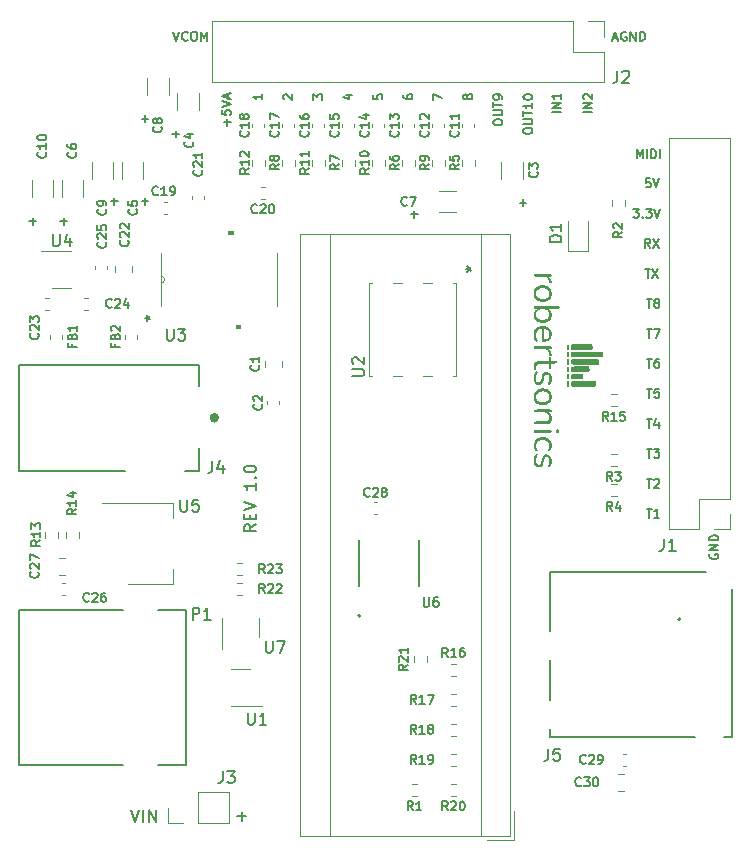
<source format=gbr>
%TF.GenerationSoftware,KiCad,Pcbnew,(6.0.5)*%
%TF.CreationDate,2023-03-04T13:24:12-08:00*%
%TF.ProjectId,DaisyRogue,44616973-7952-46f6-9775-652e6b696361,rev?*%
%TF.SameCoordinates,Original*%
%TF.FileFunction,Legend,Top*%
%TF.FilePolarity,Positive*%
%FSLAX46Y46*%
G04 Gerber Fmt 4.6, Leading zero omitted, Abs format (unit mm)*
G04 Created by KiCad (PCBNEW (6.0.5)) date 2023-03-04 13:24:12*
%MOMM*%
%LPD*%
G01*
G04 APERTURE LIST*
%ADD10C,0.127000*%
%ADD11C,0.150000*%
%ADD12C,0.152400*%
%ADD13C,0.120000*%
%ADD14C,0.100000*%
%ADD15C,0.200000*%
%ADD16C,0.400000*%
G04 APERTURE END LIST*
D10*
X137265228Y-116676714D02*
X137700657Y-116676714D01*
X137482942Y-117438714D02*
X137482942Y-116676714D01*
X138353800Y-117438714D02*
X137918371Y-117438714D01*
X138136085Y-117438714D02*
X138136085Y-116676714D01*
X138063514Y-116785571D01*
X137990942Y-116858142D01*
X137918371Y-116894428D01*
X142621000Y-120519371D02*
X142584714Y-120591942D01*
X142584714Y-120700800D01*
X142621000Y-120809657D01*
X142693571Y-120882228D01*
X142766142Y-120918514D01*
X142911285Y-120954800D01*
X143020142Y-120954800D01*
X143165285Y-120918514D01*
X143237857Y-120882228D01*
X143310428Y-120809657D01*
X143346714Y-120700800D01*
X143346714Y-120628228D01*
X143310428Y-120519371D01*
X143274142Y-120483085D01*
X143020142Y-120483085D01*
X143020142Y-120628228D01*
X143346714Y-120156514D02*
X142584714Y-120156514D01*
X143346714Y-119721085D01*
X142584714Y-119721085D01*
X143346714Y-119358228D02*
X142584714Y-119358228D01*
X142584714Y-119176800D01*
X142621000Y-119067942D01*
X142693571Y-118995371D01*
X142766142Y-118959085D01*
X142911285Y-118922800D01*
X143020142Y-118922800D01*
X143165285Y-118959085D01*
X143237857Y-118995371D01*
X143310428Y-119067942D01*
X143346714Y-119176800D01*
X143346714Y-119358228D01*
X109056714Y-82042000D02*
X109056714Y-81570285D01*
X109347000Y-81824285D01*
X109347000Y-81715428D01*
X109383285Y-81642857D01*
X109419571Y-81606571D01*
X109492142Y-81570285D01*
X109673571Y-81570285D01*
X109746142Y-81606571D01*
X109782428Y-81642857D01*
X109818714Y-81715428D01*
X109818714Y-81933142D01*
X109782428Y-82005714D01*
X109746142Y-82042000D01*
X132678714Y-83108800D02*
X131916714Y-83108800D01*
X132678714Y-82745942D02*
X131916714Y-82745942D01*
X132678714Y-82310514D01*
X131916714Y-82310514D01*
X131989285Y-81983942D02*
X131953000Y-81947657D01*
X131916714Y-81875085D01*
X131916714Y-81693657D01*
X131953000Y-81621085D01*
X131989285Y-81584800D01*
X132061857Y-81548514D01*
X132134428Y-81548514D01*
X132243285Y-81584800D01*
X132678714Y-82020228D01*
X132678714Y-81548514D01*
X106589285Y-82005714D02*
X106553000Y-81969428D01*
X106516714Y-81896857D01*
X106516714Y-81715428D01*
X106553000Y-81642857D01*
X106589285Y-81606571D01*
X106661857Y-81570285D01*
X106734428Y-81570285D01*
X106843285Y-81606571D01*
X107278714Y-82042000D01*
X107278714Y-81570285D01*
X126836714Y-84748914D02*
X126836714Y-84603771D01*
X126873000Y-84531200D01*
X126945571Y-84458628D01*
X127090714Y-84422342D01*
X127344714Y-84422342D01*
X127489857Y-84458628D01*
X127562428Y-84531200D01*
X127598714Y-84603771D01*
X127598714Y-84748914D01*
X127562428Y-84821485D01*
X127489857Y-84894057D01*
X127344714Y-84930342D01*
X127090714Y-84930342D01*
X126945571Y-84894057D01*
X126873000Y-84821485D01*
X126836714Y-84748914D01*
X126836714Y-84095771D02*
X127453571Y-84095771D01*
X127526142Y-84059485D01*
X127562428Y-84023200D01*
X127598714Y-83950628D01*
X127598714Y-83805485D01*
X127562428Y-83732914D01*
X127526142Y-83696628D01*
X127453571Y-83660342D01*
X126836714Y-83660342D01*
X126836714Y-83406342D02*
X126836714Y-82970914D01*
X127598714Y-83188628D02*
X126836714Y-83188628D01*
X127598714Y-82317771D02*
X127598714Y-82753200D01*
X127598714Y-82535485D02*
X126836714Y-82535485D01*
X126945571Y-82608057D01*
X127018142Y-82680628D01*
X127054428Y-82753200D01*
X126836714Y-81846057D02*
X126836714Y-81773485D01*
X126873000Y-81700914D01*
X126909285Y-81664628D01*
X126981857Y-81628342D01*
X127127000Y-81592057D01*
X127308428Y-81592057D01*
X127453571Y-81628342D01*
X127526142Y-81664628D01*
X127562428Y-81700914D01*
X127598714Y-81773485D01*
X127598714Y-81846057D01*
X127562428Y-81918628D01*
X127526142Y-81954914D01*
X127453571Y-81991200D01*
X127308428Y-82027485D01*
X127127000Y-82027485D01*
X126981857Y-81991200D01*
X126909285Y-81954914D01*
X126873000Y-81918628D01*
X126836714Y-81846057D01*
X97209428Y-76290714D02*
X97463428Y-77052714D01*
X97717428Y-76290714D01*
X98406857Y-76980142D02*
X98370571Y-77016428D01*
X98261714Y-77052714D01*
X98189142Y-77052714D01*
X98080285Y-77016428D01*
X98007714Y-76943857D01*
X97971428Y-76871285D01*
X97935142Y-76726142D01*
X97935142Y-76617285D01*
X97971428Y-76472142D01*
X98007714Y-76399571D01*
X98080285Y-76327000D01*
X98189142Y-76290714D01*
X98261714Y-76290714D01*
X98370571Y-76327000D01*
X98406857Y-76363285D01*
X98878571Y-76290714D02*
X99023714Y-76290714D01*
X99096285Y-76327000D01*
X99168857Y-76399571D01*
X99205142Y-76544714D01*
X99205142Y-76798714D01*
X99168857Y-76943857D01*
X99096285Y-77016428D01*
X99023714Y-77052714D01*
X98878571Y-77052714D01*
X98806000Y-77016428D01*
X98733428Y-76943857D01*
X98697142Y-76798714D01*
X98697142Y-76544714D01*
X98733428Y-76399571D01*
X98806000Y-76327000D01*
X98878571Y-76290714D01*
X99531714Y-77052714D02*
X99531714Y-76290714D01*
X99785714Y-76835000D01*
X100039714Y-76290714D01*
X100039714Y-77052714D01*
X124296714Y-84030457D02*
X124296714Y-83885314D01*
X124333000Y-83812742D01*
X124405571Y-83740171D01*
X124550714Y-83703885D01*
X124804714Y-83703885D01*
X124949857Y-83740171D01*
X125022428Y-83812742D01*
X125058714Y-83885314D01*
X125058714Y-84030457D01*
X125022428Y-84103028D01*
X124949857Y-84175600D01*
X124804714Y-84211885D01*
X124550714Y-84211885D01*
X124405571Y-84175600D01*
X124333000Y-84103028D01*
X124296714Y-84030457D01*
X124296714Y-83377314D02*
X124913571Y-83377314D01*
X124986142Y-83341028D01*
X125022428Y-83304742D01*
X125058714Y-83232171D01*
X125058714Y-83087028D01*
X125022428Y-83014457D01*
X124986142Y-82978171D01*
X124913571Y-82941885D01*
X124296714Y-82941885D01*
X124296714Y-82687885D02*
X124296714Y-82252457D01*
X125058714Y-82470171D02*
X124296714Y-82470171D01*
X125058714Y-81962171D02*
X125058714Y-81817028D01*
X125022428Y-81744457D01*
X124986142Y-81708171D01*
X124877285Y-81635600D01*
X124732142Y-81599314D01*
X124441857Y-81599314D01*
X124369285Y-81635600D01*
X124333000Y-81671885D01*
X124296714Y-81744457D01*
X124296714Y-81889600D01*
X124333000Y-81962171D01*
X124369285Y-81998457D01*
X124441857Y-82034742D01*
X124623285Y-82034742D01*
X124695857Y-81998457D01*
X124732142Y-81962171D01*
X124768428Y-81889600D01*
X124768428Y-81744457D01*
X124732142Y-81671885D01*
X124695857Y-81635600D01*
X124623285Y-81599314D01*
X116676714Y-81642857D02*
X116676714Y-81788000D01*
X116713000Y-81860571D01*
X116749285Y-81896857D01*
X116858142Y-81969428D01*
X117003285Y-82005714D01*
X117293571Y-82005714D01*
X117366142Y-81969428D01*
X117402428Y-81933142D01*
X117438714Y-81860571D01*
X117438714Y-81715428D01*
X117402428Y-81642857D01*
X117366142Y-81606571D01*
X117293571Y-81570285D01*
X117112142Y-81570285D01*
X117039571Y-81606571D01*
X117003285Y-81642857D01*
X116967000Y-81715428D01*
X116967000Y-81860571D01*
X117003285Y-81933142D01*
X117039571Y-81969428D01*
X117112142Y-82005714D01*
D11*
X102616047Y-142692428D02*
X103377952Y-142692428D01*
X102997000Y-143073380D02*
X102997000Y-142311476D01*
D10*
X137265228Y-101436714D02*
X137700657Y-101436714D01*
X137482942Y-102198714D02*
X137482942Y-101436714D01*
X137882085Y-101436714D02*
X138390085Y-101436714D01*
X138063514Y-102198714D01*
X137265228Y-114136714D02*
X137700657Y-114136714D01*
X137482942Y-114898714D02*
X137482942Y-114136714D01*
X137918371Y-114209285D02*
X137954657Y-114173000D01*
X138027228Y-114136714D01*
X138208657Y-114136714D01*
X138281228Y-114173000D01*
X138317514Y-114209285D01*
X138353800Y-114281857D01*
X138353800Y-114354428D01*
X138317514Y-114463285D01*
X137882085Y-114898714D01*
X138353800Y-114898714D01*
X114136714Y-81606571D02*
X114136714Y-81969428D01*
X114499571Y-82005714D01*
X114463285Y-81969428D01*
X114427000Y-81896857D01*
X114427000Y-81715428D01*
X114463285Y-81642857D01*
X114499571Y-81606571D01*
X114572142Y-81570285D01*
X114753571Y-81570285D01*
X114826142Y-81606571D01*
X114862428Y-81642857D01*
X114898714Y-81715428D01*
X114898714Y-81896857D01*
X114862428Y-81969428D01*
X114826142Y-82005714D01*
X130011714Y-83108800D02*
X129249714Y-83108800D01*
X130011714Y-82745942D02*
X129249714Y-82745942D01*
X130011714Y-82310514D01*
X129249714Y-82310514D01*
X130011714Y-81548514D02*
X130011714Y-81983942D01*
X130011714Y-81766228D02*
X129249714Y-81766228D01*
X129358571Y-81838800D01*
X129431142Y-81911371D01*
X129467428Y-81983942D01*
D11*
X93646761Y-142200380D02*
X93980095Y-143200380D01*
X94313428Y-142200380D01*
X94646761Y-143200380D02*
X94646761Y-142200380D01*
X95122952Y-143200380D02*
X95122952Y-142200380D01*
X95694380Y-143200380D01*
X95694380Y-142200380D01*
D10*
X122083285Y-81860571D02*
X122047000Y-81933142D01*
X122010714Y-81969428D01*
X121938142Y-82005714D01*
X121901857Y-82005714D01*
X121829285Y-81969428D01*
X121793000Y-81933142D01*
X121756714Y-81860571D01*
X121756714Y-81715428D01*
X121793000Y-81642857D01*
X121829285Y-81606571D01*
X121901857Y-81570285D01*
X121938142Y-81570285D01*
X122010714Y-81606571D01*
X122047000Y-81642857D01*
X122083285Y-81715428D01*
X122083285Y-81860571D01*
X122119571Y-81933142D01*
X122155857Y-81969428D01*
X122228428Y-82005714D01*
X122373571Y-82005714D01*
X122446142Y-81969428D01*
X122482428Y-81933142D01*
X122518714Y-81860571D01*
X122518714Y-81715428D01*
X122482428Y-81642857D01*
X122446142Y-81606571D01*
X122373571Y-81570285D01*
X122228428Y-81570285D01*
X122155857Y-81606571D01*
X122119571Y-81642857D01*
X122083285Y-81715428D01*
X104738714Y-81570285D02*
X104738714Y-82005714D01*
X104738714Y-81788000D02*
X103976714Y-81788000D01*
X104085571Y-81860571D01*
X104158142Y-81933142D01*
X104194428Y-82005714D01*
X137265228Y-106516714D02*
X137700657Y-106516714D01*
X137482942Y-107278714D02*
X137482942Y-106516714D01*
X138317514Y-106516714D02*
X137954657Y-106516714D01*
X137918371Y-106879571D01*
X137954657Y-106843285D01*
X138027228Y-106807000D01*
X138208657Y-106807000D01*
X138281228Y-106843285D01*
X138317514Y-106879571D01*
X138353800Y-106952142D01*
X138353800Y-107133571D01*
X138317514Y-107206142D01*
X138281228Y-107242428D01*
X138208657Y-107278714D01*
X138027228Y-107278714D01*
X137954657Y-107242428D01*
X137918371Y-107206142D01*
D11*
X94514285Y-83653571D02*
X95085714Y-83653571D01*
X94800000Y-83939285D02*
X94800000Y-83367857D01*
D10*
X137138228Y-96356714D02*
X137573657Y-96356714D01*
X137355942Y-97118714D02*
X137355942Y-96356714D01*
X137755085Y-96356714D02*
X138263085Y-97118714D01*
X138263085Y-96356714D02*
X137755085Y-97118714D01*
X136136742Y-91276714D02*
X136608457Y-91276714D01*
X136354457Y-91567000D01*
X136463314Y-91567000D01*
X136535885Y-91603285D01*
X136572171Y-91639571D01*
X136608457Y-91712142D01*
X136608457Y-91893571D01*
X136572171Y-91966142D01*
X136535885Y-92002428D01*
X136463314Y-92038714D01*
X136245600Y-92038714D01*
X136173028Y-92002428D01*
X136136742Y-91966142D01*
X136935028Y-91966142D02*
X136971314Y-92002428D01*
X136935028Y-92038714D01*
X136898742Y-92002428D01*
X136935028Y-91966142D01*
X136935028Y-92038714D01*
X137225314Y-91276714D02*
X137697028Y-91276714D01*
X137443028Y-91567000D01*
X137551885Y-91567000D01*
X137624457Y-91603285D01*
X137660742Y-91639571D01*
X137697028Y-91712142D01*
X137697028Y-91893571D01*
X137660742Y-91966142D01*
X137624457Y-92002428D01*
X137551885Y-92038714D01*
X137334171Y-92038714D01*
X137261600Y-92002428D01*
X137225314Y-91966142D01*
X137914742Y-91276714D02*
X138168742Y-92038714D01*
X138422742Y-91276714D01*
D11*
X97114285Y-84953571D02*
X97685714Y-84953571D01*
X97400000Y-85239285D02*
X97400000Y-84667857D01*
D10*
X137265228Y-98896714D02*
X137700657Y-98896714D01*
X137482942Y-99658714D02*
X137482942Y-98896714D01*
X138063514Y-99223285D02*
X137990942Y-99187000D01*
X137954657Y-99150714D01*
X137918371Y-99078142D01*
X137918371Y-99041857D01*
X137954657Y-98969285D01*
X137990942Y-98933000D01*
X138063514Y-98896714D01*
X138208657Y-98896714D01*
X138281228Y-98933000D01*
X138317514Y-98969285D01*
X138353800Y-99041857D01*
X138353800Y-99078142D01*
X138317514Y-99150714D01*
X138281228Y-99187000D01*
X138208657Y-99223285D01*
X138063514Y-99223285D01*
X137990942Y-99259571D01*
X137954657Y-99295857D01*
X137918371Y-99368428D01*
X137918371Y-99513571D01*
X137954657Y-99586142D01*
X137990942Y-99622428D01*
X138063514Y-99658714D01*
X138208657Y-99658714D01*
X138281228Y-99622428D01*
X138317514Y-99586142D01*
X138353800Y-99513571D01*
X138353800Y-99368428D01*
X138317514Y-99295857D01*
X138281228Y-99259571D01*
X138208657Y-99223285D01*
X136416142Y-87009514D02*
X136416142Y-86247514D01*
X136670142Y-86791800D01*
X136924142Y-86247514D01*
X136924142Y-87009514D01*
X137287000Y-87009514D02*
X137287000Y-86247514D01*
X137649857Y-87009514D02*
X137649857Y-86247514D01*
X137831285Y-86247514D01*
X137940142Y-86283800D01*
X138012714Y-86356371D01*
X138049000Y-86428942D01*
X138085285Y-86574085D01*
X138085285Y-86682942D01*
X138049000Y-86828085D01*
X138012714Y-86900657D01*
X137940142Y-86973228D01*
X137831285Y-87009514D01*
X137649857Y-87009514D01*
X138411857Y-87009514D02*
X138411857Y-86247514D01*
X137591800Y-94578714D02*
X137337800Y-94215857D01*
X137156371Y-94578714D02*
X137156371Y-93816714D01*
X137446657Y-93816714D01*
X137519228Y-93853000D01*
X137555514Y-93889285D01*
X137591800Y-93961857D01*
X137591800Y-94070714D01*
X137555514Y-94143285D01*
X137519228Y-94179571D01*
X137446657Y-94215857D01*
X137156371Y-94215857D01*
X137845800Y-93816714D02*
X138353800Y-94578714D01*
X138353800Y-93816714D02*
X137845800Y-94578714D01*
X134445828Y-76835000D02*
X134808685Y-76835000D01*
X134373257Y-77052714D02*
X134627257Y-76290714D01*
X134881257Y-77052714D01*
X135534400Y-76327000D02*
X135461828Y-76290714D01*
X135352971Y-76290714D01*
X135244114Y-76327000D01*
X135171542Y-76399571D01*
X135135257Y-76472142D01*
X135098971Y-76617285D01*
X135098971Y-76726142D01*
X135135257Y-76871285D01*
X135171542Y-76943857D01*
X135244114Y-77016428D01*
X135352971Y-77052714D01*
X135425542Y-77052714D01*
X135534400Y-77016428D01*
X135570685Y-76980142D01*
X135570685Y-76726142D01*
X135425542Y-76726142D01*
X135897257Y-77052714D02*
X135897257Y-76290714D01*
X136332685Y-77052714D01*
X136332685Y-76290714D01*
X136695542Y-77052714D02*
X136695542Y-76290714D01*
X136876971Y-76290714D01*
X136985828Y-76327000D01*
X137058400Y-76399571D01*
X137094685Y-76472142D01*
X137130971Y-76617285D01*
X137130971Y-76726142D01*
X137094685Y-76871285D01*
X137058400Y-76943857D01*
X136985828Y-77016428D01*
X136876971Y-77052714D01*
X136695542Y-77052714D01*
X137586307Y-88712098D02*
X137223450Y-88712098D01*
X137187164Y-89074955D01*
X137223450Y-89038669D01*
X137296021Y-89002384D01*
X137477450Y-89002384D01*
X137550021Y-89038669D01*
X137586307Y-89074955D01*
X137622592Y-89147526D01*
X137622592Y-89328955D01*
X137586307Y-89401526D01*
X137550021Y-89437812D01*
X137477450Y-89474098D01*
X137296021Y-89474098D01*
X137223450Y-89437812D01*
X137187164Y-89401526D01*
X137840307Y-88712098D02*
X138094307Y-89474098D01*
X138348307Y-88712098D01*
D11*
X94514285Y-90653571D02*
X95085714Y-90653571D01*
X94800000Y-90939285D02*
X94800000Y-90367857D01*
D12*
X104193219Y-118001142D02*
X103709409Y-118339809D01*
X104193219Y-118581714D02*
X103177219Y-118581714D01*
X103177219Y-118194666D01*
X103225600Y-118097904D01*
X103273980Y-118049523D01*
X103370742Y-118001142D01*
X103515885Y-118001142D01*
X103612647Y-118049523D01*
X103661028Y-118097904D01*
X103709409Y-118194666D01*
X103709409Y-118581714D01*
X103661028Y-117565714D02*
X103661028Y-117227047D01*
X104193219Y-117081904D02*
X104193219Y-117565714D01*
X103177219Y-117565714D01*
X103177219Y-117081904D01*
X103177219Y-116791619D02*
X104193219Y-116452952D01*
X103177219Y-116114285D01*
X104193219Y-114469333D02*
X104193219Y-115049904D01*
X104193219Y-114759619D02*
X103177219Y-114759619D01*
X103322361Y-114856380D01*
X103419123Y-114953142D01*
X103467504Y-115049904D01*
X104096457Y-114033904D02*
X104144838Y-113985523D01*
X104193219Y-114033904D01*
X104144838Y-114082285D01*
X104096457Y-114033904D01*
X104193219Y-114033904D01*
X103177219Y-113356571D02*
X103177219Y-113259809D01*
X103225600Y-113163047D01*
X103273980Y-113114666D01*
X103370742Y-113066285D01*
X103564266Y-113017904D01*
X103806171Y-113017904D01*
X103999695Y-113066285D01*
X104096457Y-113114666D01*
X104144838Y-113163047D01*
X104193219Y-113259809D01*
X104193219Y-113356571D01*
X104144838Y-113453333D01*
X104096457Y-113501714D01*
X103999695Y-113550095D01*
X103806171Y-113598476D01*
X103564266Y-113598476D01*
X103370742Y-113550095D01*
X103273980Y-113501714D01*
X103225600Y-113453333D01*
X103177219Y-113356571D01*
D11*
X85014285Y-92353571D02*
X85585714Y-92353571D01*
X85300000Y-92639285D02*
X85300000Y-92067857D01*
D10*
X137265228Y-111596714D02*
X137700657Y-111596714D01*
X137482942Y-112358714D02*
X137482942Y-111596714D01*
X137882085Y-111596714D02*
X138353800Y-111596714D01*
X138099800Y-111887000D01*
X138208657Y-111887000D01*
X138281228Y-111923285D01*
X138317514Y-111959571D01*
X138353800Y-112032142D01*
X138353800Y-112213571D01*
X138317514Y-112286142D01*
X138281228Y-112322428D01*
X138208657Y-112358714D01*
X137990942Y-112358714D01*
X137918371Y-112322428D01*
X137882085Y-112286142D01*
D11*
X126514285Y-90753571D02*
X127085714Y-90753571D01*
X126800000Y-91039285D02*
X126800000Y-90467857D01*
X117314285Y-91753571D02*
X117885714Y-91753571D01*
X117600000Y-92039285D02*
X117600000Y-91467857D01*
D10*
X137265228Y-109056714D02*
X137700657Y-109056714D01*
X137482942Y-109818714D02*
X137482942Y-109056714D01*
X138281228Y-109310714D02*
X138281228Y-109818714D01*
X138099800Y-109020428D02*
X137918371Y-109564714D01*
X138390085Y-109564714D01*
X111850714Y-81642857D02*
X112358714Y-81642857D01*
X111560428Y-81824285D02*
X112104714Y-82005714D01*
X112104714Y-81534000D01*
X137265228Y-103976714D02*
X137700657Y-103976714D01*
X137482942Y-104738714D02*
X137482942Y-103976714D01*
X138281228Y-103976714D02*
X138136085Y-103976714D01*
X138063514Y-104013000D01*
X138027228Y-104049285D01*
X137954657Y-104158142D01*
X137918371Y-104303285D01*
X137918371Y-104593571D01*
X137954657Y-104666142D01*
X137990942Y-104702428D01*
X138063514Y-104738714D01*
X138208657Y-104738714D01*
X138281228Y-104702428D01*
X138317514Y-104666142D01*
X138353800Y-104593571D01*
X138353800Y-104412142D01*
X138317514Y-104339571D01*
X138281228Y-104303285D01*
X138208657Y-104267000D01*
X138063514Y-104267000D01*
X137990942Y-104303285D01*
X137954657Y-104339571D01*
X137918371Y-104412142D01*
X119216714Y-82042000D02*
X119216714Y-81534000D01*
X119978714Y-81860571D01*
D11*
X87614285Y-92353571D02*
X88185714Y-92353571D01*
X87900000Y-92639285D02*
X87900000Y-92067857D01*
D10*
X101781428Y-84237285D02*
X101781428Y-83656714D01*
X102071714Y-83947000D02*
X101491142Y-83947000D01*
X101309714Y-82931000D02*
X101309714Y-83293857D01*
X101672571Y-83330142D01*
X101636285Y-83293857D01*
X101600000Y-83221285D01*
X101600000Y-83039857D01*
X101636285Y-82967285D01*
X101672571Y-82931000D01*
X101745142Y-82894714D01*
X101926571Y-82894714D01*
X101999142Y-82931000D01*
X102035428Y-82967285D01*
X102071714Y-83039857D01*
X102071714Y-83221285D01*
X102035428Y-83293857D01*
X101999142Y-83330142D01*
X101309714Y-82677000D02*
X102071714Y-82423000D01*
X101309714Y-82169000D01*
X101854000Y-81951285D02*
X101854000Y-81588428D01*
X102071714Y-82023857D02*
X101309714Y-81769857D01*
X102071714Y-81515857D01*
D11*
X91914285Y-90653571D02*
X92485714Y-90653571D01*
X92200000Y-90939285D02*
X92200000Y-90367857D01*
D10*
%TO.C,C2*%
X104666142Y-107823000D02*
X104702428Y-107859285D01*
X104738714Y-107968142D01*
X104738714Y-108040714D01*
X104702428Y-108149571D01*
X104629857Y-108222142D01*
X104557285Y-108258428D01*
X104412142Y-108294714D01*
X104303285Y-108294714D01*
X104158142Y-108258428D01*
X104085571Y-108222142D01*
X104013000Y-108149571D01*
X103976714Y-108040714D01*
X103976714Y-107968142D01*
X104013000Y-107859285D01*
X104049285Y-107823000D01*
X104049285Y-107532714D02*
X104013000Y-107496428D01*
X103976714Y-107423857D01*
X103976714Y-107242428D01*
X104013000Y-107169857D01*
X104049285Y-107133571D01*
X104121857Y-107097285D01*
X104194428Y-107097285D01*
X104303285Y-107133571D01*
X104738714Y-107569000D01*
X104738714Y-107097285D01*
%TO.C,R8*%
X106135714Y-87503000D02*
X105772857Y-87757000D01*
X106135714Y-87938428D02*
X105373714Y-87938428D01*
X105373714Y-87648142D01*
X105410000Y-87575571D01*
X105446285Y-87539285D01*
X105518857Y-87503000D01*
X105627714Y-87503000D01*
X105700285Y-87539285D01*
X105736571Y-87575571D01*
X105772857Y-87648142D01*
X105772857Y-87938428D01*
X105700285Y-87067571D02*
X105664000Y-87140142D01*
X105627714Y-87176428D01*
X105555142Y-87212714D01*
X105518857Y-87212714D01*
X105446285Y-87176428D01*
X105410000Y-87140142D01*
X105373714Y-87067571D01*
X105373714Y-86922428D01*
X105410000Y-86849857D01*
X105446285Y-86813571D01*
X105518857Y-86777285D01*
X105555142Y-86777285D01*
X105627714Y-86813571D01*
X105664000Y-86849857D01*
X105700285Y-86922428D01*
X105700285Y-87067571D01*
X105736571Y-87140142D01*
X105772857Y-87176428D01*
X105845428Y-87212714D01*
X105990571Y-87212714D01*
X106063142Y-87176428D01*
X106099428Y-87140142D01*
X106135714Y-87067571D01*
X106135714Y-86922428D01*
X106099428Y-86849857D01*
X106063142Y-86813571D01*
X105990571Y-86777285D01*
X105845428Y-86777285D01*
X105772857Y-86813571D01*
X105736571Y-86849857D01*
X105700285Y-86922428D01*
%TO.C,R13*%
X85942714Y-119361857D02*
X85579857Y-119615857D01*
X85942714Y-119797285D02*
X85180714Y-119797285D01*
X85180714Y-119507000D01*
X85217000Y-119434428D01*
X85253285Y-119398142D01*
X85325857Y-119361857D01*
X85434714Y-119361857D01*
X85507285Y-119398142D01*
X85543571Y-119434428D01*
X85579857Y-119507000D01*
X85579857Y-119797285D01*
X85942714Y-118636142D02*
X85942714Y-119071571D01*
X85942714Y-118853857D02*
X85180714Y-118853857D01*
X85289571Y-118926428D01*
X85362142Y-118999000D01*
X85398428Y-119071571D01*
X85180714Y-118382142D02*
X85180714Y-117910428D01*
X85471000Y-118164428D01*
X85471000Y-118055571D01*
X85507285Y-117983000D01*
X85543571Y-117946714D01*
X85616142Y-117910428D01*
X85797571Y-117910428D01*
X85870142Y-117946714D01*
X85906428Y-117983000D01*
X85942714Y-118055571D01*
X85942714Y-118273285D01*
X85906428Y-118345857D01*
X85870142Y-118382142D01*
%TO.C,C15*%
X111143142Y-84690857D02*
X111179428Y-84727142D01*
X111215714Y-84836000D01*
X111215714Y-84908571D01*
X111179428Y-85017428D01*
X111106857Y-85090000D01*
X111034285Y-85126285D01*
X110889142Y-85162571D01*
X110780285Y-85162571D01*
X110635142Y-85126285D01*
X110562571Y-85090000D01*
X110490000Y-85017428D01*
X110453714Y-84908571D01*
X110453714Y-84836000D01*
X110490000Y-84727142D01*
X110526285Y-84690857D01*
X111215714Y-83965142D02*
X111215714Y-84400571D01*
X111215714Y-84182857D02*
X110453714Y-84182857D01*
X110562571Y-84255428D01*
X110635142Y-84328000D01*
X110671428Y-84400571D01*
X110453714Y-83275714D02*
X110453714Y-83638571D01*
X110816571Y-83674857D01*
X110780285Y-83638571D01*
X110744000Y-83566000D01*
X110744000Y-83384571D01*
X110780285Y-83312000D01*
X110816571Y-83275714D01*
X110889142Y-83239428D01*
X111070571Y-83239428D01*
X111143142Y-83275714D01*
X111179428Y-83312000D01*
X111215714Y-83384571D01*
X111215714Y-83566000D01*
X111179428Y-83638571D01*
X111143142Y-83674857D01*
%TO.C,C25*%
X91458142Y-94088857D02*
X91494428Y-94125142D01*
X91530714Y-94234000D01*
X91530714Y-94306571D01*
X91494428Y-94415428D01*
X91421857Y-94488000D01*
X91349285Y-94524285D01*
X91204142Y-94560571D01*
X91095285Y-94560571D01*
X90950142Y-94524285D01*
X90877571Y-94488000D01*
X90805000Y-94415428D01*
X90768714Y-94306571D01*
X90768714Y-94234000D01*
X90805000Y-94125142D01*
X90841285Y-94088857D01*
X90841285Y-93798571D02*
X90805000Y-93762285D01*
X90768714Y-93689714D01*
X90768714Y-93508285D01*
X90805000Y-93435714D01*
X90841285Y-93399428D01*
X90913857Y-93363142D01*
X90986428Y-93363142D01*
X91095285Y-93399428D01*
X91530714Y-93834857D01*
X91530714Y-93363142D01*
X90768714Y-92673714D02*
X90768714Y-93036571D01*
X91131571Y-93072857D01*
X91095285Y-93036571D01*
X91059000Y-92964000D01*
X91059000Y-92782571D01*
X91095285Y-92710000D01*
X91131571Y-92673714D01*
X91204142Y-92637428D01*
X91385571Y-92637428D01*
X91458142Y-92673714D01*
X91494428Y-92710000D01*
X91530714Y-92782571D01*
X91530714Y-92964000D01*
X91494428Y-93036571D01*
X91458142Y-93072857D01*
%TO.C,FB2*%
X92274571Y-102743000D02*
X92274571Y-102997000D01*
X92673714Y-102997000D02*
X91911714Y-102997000D01*
X91911714Y-102634142D01*
X92274571Y-102089857D02*
X92310857Y-101981000D01*
X92347142Y-101944714D01*
X92419714Y-101908428D01*
X92528571Y-101908428D01*
X92601142Y-101944714D01*
X92637428Y-101981000D01*
X92673714Y-102053571D01*
X92673714Y-102343857D01*
X91911714Y-102343857D01*
X91911714Y-102089857D01*
X91948000Y-102017285D01*
X91984285Y-101981000D01*
X92056857Y-101944714D01*
X92129428Y-101944714D01*
X92202000Y-101981000D01*
X92238285Y-102017285D01*
X92274571Y-102089857D01*
X92274571Y-102343857D01*
X91984285Y-101618142D02*
X91948000Y-101581857D01*
X91911714Y-101509285D01*
X91911714Y-101327857D01*
X91948000Y-101255285D01*
X91984285Y-101219000D01*
X92056857Y-101182714D01*
X92129428Y-101182714D01*
X92238285Y-101219000D01*
X92673714Y-101654428D01*
X92673714Y-101182714D01*
%TO.C,R4*%
X134366000Y-116836714D02*
X134112000Y-116473857D01*
X133930571Y-116836714D02*
X133930571Y-116074714D01*
X134220857Y-116074714D01*
X134293428Y-116111000D01*
X134329714Y-116147285D01*
X134366000Y-116219857D01*
X134366000Y-116328714D01*
X134329714Y-116401285D01*
X134293428Y-116437571D01*
X134220857Y-116473857D01*
X133930571Y-116473857D01*
X135019142Y-116328714D02*
X135019142Y-116836714D01*
X134837714Y-116038428D02*
X134656285Y-116582714D01*
X135128000Y-116582714D01*
D11*
%TO.C,U5*%
X97790095Y-115911380D02*
X97790095Y-116720904D01*
X97837714Y-116816142D01*
X97885333Y-116863761D01*
X97980571Y-116911380D01*
X98171047Y-116911380D01*
X98266285Y-116863761D01*
X98313904Y-116816142D01*
X98361523Y-116720904D01*
X98361523Y-115911380D01*
X99313904Y-115911380D02*
X98837714Y-115911380D01*
X98790095Y-116387571D01*
X98837714Y-116339952D01*
X98932952Y-116292333D01*
X99171047Y-116292333D01*
X99266285Y-116339952D01*
X99313904Y-116387571D01*
X99361523Y-116482809D01*
X99361523Y-116720904D01*
X99313904Y-116816142D01*
X99266285Y-116863761D01*
X99171047Y-116911380D01*
X98932952Y-116911380D01*
X98837714Y-116863761D01*
X98790095Y-116816142D01*
D10*
%TO.C,C29*%
X132098142Y-138194142D02*
X132061857Y-138230428D01*
X131953000Y-138266714D01*
X131880428Y-138266714D01*
X131771571Y-138230428D01*
X131699000Y-138157857D01*
X131662714Y-138085285D01*
X131626428Y-137940142D01*
X131626428Y-137831285D01*
X131662714Y-137686142D01*
X131699000Y-137613571D01*
X131771571Y-137541000D01*
X131880428Y-137504714D01*
X131953000Y-137504714D01*
X132061857Y-137541000D01*
X132098142Y-137577285D01*
X132388428Y-137577285D02*
X132424714Y-137541000D01*
X132497285Y-137504714D01*
X132678714Y-137504714D01*
X132751285Y-137541000D01*
X132787571Y-137577285D01*
X132823857Y-137649857D01*
X132823857Y-137722428D01*
X132787571Y-137831285D01*
X132352142Y-138266714D01*
X132823857Y-138266714D01*
X133186714Y-138266714D02*
X133331857Y-138266714D01*
X133404428Y-138230428D01*
X133440714Y-138194142D01*
X133513285Y-138085285D01*
X133549571Y-137940142D01*
X133549571Y-137649857D01*
X133513285Y-137577285D01*
X133477000Y-137541000D01*
X133404428Y-137504714D01*
X133259285Y-137504714D01*
X133186714Y-137541000D01*
X133150428Y-137577285D01*
X133114142Y-137649857D01*
X133114142Y-137831285D01*
X133150428Y-137903857D01*
X133186714Y-137940142D01*
X133259285Y-137976428D01*
X133404428Y-137976428D01*
X133477000Y-137940142D01*
X133513285Y-137903857D01*
X133549571Y-137831285D01*
%TO.C,R12*%
X103595714Y-87865857D02*
X103232857Y-88119857D01*
X103595714Y-88301285D02*
X102833714Y-88301285D01*
X102833714Y-88011000D01*
X102870000Y-87938428D01*
X102906285Y-87902142D01*
X102978857Y-87865857D01*
X103087714Y-87865857D01*
X103160285Y-87902142D01*
X103196571Y-87938428D01*
X103232857Y-88011000D01*
X103232857Y-88301285D01*
X103595714Y-87140142D02*
X103595714Y-87575571D01*
X103595714Y-87357857D02*
X102833714Y-87357857D01*
X102942571Y-87430428D01*
X103015142Y-87503000D01*
X103051428Y-87575571D01*
X102906285Y-86849857D02*
X102870000Y-86813571D01*
X102833714Y-86741000D01*
X102833714Y-86559571D01*
X102870000Y-86487000D01*
X102906285Y-86450714D01*
X102978857Y-86414428D01*
X103051428Y-86414428D01*
X103160285Y-86450714D01*
X103595714Y-86886142D01*
X103595714Y-86414428D01*
%TO.C,C21*%
X99586142Y-87992857D02*
X99622428Y-88029142D01*
X99658714Y-88138000D01*
X99658714Y-88210571D01*
X99622428Y-88319428D01*
X99549857Y-88392000D01*
X99477285Y-88428285D01*
X99332142Y-88464571D01*
X99223285Y-88464571D01*
X99078142Y-88428285D01*
X99005571Y-88392000D01*
X98933000Y-88319428D01*
X98896714Y-88210571D01*
X98896714Y-88138000D01*
X98933000Y-88029142D01*
X98969285Y-87992857D01*
X98969285Y-87702571D02*
X98933000Y-87666285D01*
X98896714Y-87593714D01*
X98896714Y-87412285D01*
X98933000Y-87339714D01*
X98969285Y-87303428D01*
X99041857Y-87267142D01*
X99114428Y-87267142D01*
X99223285Y-87303428D01*
X99658714Y-87738857D01*
X99658714Y-87267142D01*
X99658714Y-86541428D02*
X99658714Y-86976857D01*
X99658714Y-86759142D02*
X98896714Y-86759142D01*
X99005571Y-86831714D01*
X99078142Y-86904285D01*
X99114428Y-86976857D01*
%TO.C,R10*%
X113755714Y-87865857D02*
X113392857Y-88119857D01*
X113755714Y-88301285D02*
X112993714Y-88301285D01*
X112993714Y-88011000D01*
X113030000Y-87938428D01*
X113066285Y-87902142D01*
X113138857Y-87865857D01*
X113247714Y-87865857D01*
X113320285Y-87902142D01*
X113356571Y-87938428D01*
X113392857Y-88011000D01*
X113392857Y-88301285D01*
X113755714Y-87140142D02*
X113755714Y-87575571D01*
X113755714Y-87357857D02*
X112993714Y-87357857D01*
X113102571Y-87430428D01*
X113175142Y-87503000D01*
X113211428Y-87575571D01*
X112993714Y-86668428D02*
X112993714Y-86595857D01*
X113030000Y-86523285D01*
X113066285Y-86487000D01*
X113138857Y-86450714D01*
X113284000Y-86414428D01*
X113465428Y-86414428D01*
X113610571Y-86450714D01*
X113683142Y-86487000D01*
X113719428Y-86523285D01*
X113755714Y-86595857D01*
X113755714Y-86668428D01*
X113719428Y-86741000D01*
X113683142Y-86777285D01*
X113610571Y-86813571D01*
X113465428Y-86849857D01*
X113284000Y-86849857D01*
X113138857Y-86813571D01*
X113066285Y-86777285D01*
X113030000Y-86741000D01*
X112993714Y-86668428D01*
%TO.C,R23*%
X104920142Y-122137714D02*
X104666142Y-121774857D01*
X104484714Y-122137714D02*
X104484714Y-121375714D01*
X104775000Y-121375714D01*
X104847571Y-121412000D01*
X104883857Y-121448285D01*
X104920142Y-121520857D01*
X104920142Y-121629714D01*
X104883857Y-121702285D01*
X104847571Y-121738571D01*
X104775000Y-121774857D01*
X104484714Y-121774857D01*
X105210428Y-121448285D02*
X105246714Y-121412000D01*
X105319285Y-121375714D01*
X105500714Y-121375714D01*
X105573285Y-121412000D01*
X105609571Y-121448285D01*
X105645857Y-121520857D01*
X105645857Y-121593428D01*
X105609571Y-121702285D01*
X105174142Y-122137714D01*
X105645857Y-122137714D01*
X105899857Y-121375714D02*
X106371571Y-121375714D01*
X106117571Y-121666000D01*
X106226428Y-121666000D01*
X106299000Y-121702285D01*
X106335285Y-121738571D01*
X106371571Y-121811142D01*
X106371571Y-121992571D01*
X106335285Y-122065142D01*
X106299000Y-122101428D01*
X106226428Y-122137714D01*
X106008714Y-122137714D01*
X105936142Y-122101428D01*
X105899857Y-122065142D01*
%TO.C,R15*%
X134003142Y-109216714D02*
X133749142Y-108853857D01*
X133567714Y-109216714D02*
X133567714Y-108454714D01*
X133858000Y-108454714D01*
X133930571Y-108491000D01*
X133966857Y-108527285D01*
X134003142Y-108599857D01*
X134003142Y-108708714D01*
X133966857Y-108781285D01*
X133930571Y-108817571D01*
X133858000Y-108853857D01*
X133567714Y-108853857D01*
X134728857Y-109216714D02*
X134293428Y-109216714D01*
X134511142Y-109216714D02*
X134511142Y-108454714D01*
X134438571Y-108563571D01*
X134366000Y-108636142D01*
X134293428Y-108672428D01*
X135418285Y-108454714D02*
X135055428Y-108454714D01*
X135019142Y-108817571D01*
X135055428Y-108781285D01*
X135128000Y-108745000D01*
X135309428Y-108745000D01*
X135382000Y-108781285D01*
X135418285Y-108817571D01*
X135454571Y-108890142D01*
X135454571Y-109071571D01*
X135418285Y-109144142D01*
X135382000Y-109180428D01*
X135309428Y-109216714D01*
X135128000Y-109216714D01*
X135055428Y-109180428D01*
X135019142Y-109144142D01*
%TO.C,C19*%
X95903142Y-90061142D02*
X95866857Y-90097428D01*
X95758000Y-90133714D01*
X95685428Y-90133714D01*
X95576571Y-90097428D01*
X95504000Y-90024857D01*
X95467714Y-89952285D01*
X95431428Y-89807142D01*
X95431428Y-89698285D01*
X95467714Y-89553142D01*
X95504000Y-89480571D01*
X95576571Y-89408000D01*
X95685428Y-89371714D01*
X95758000Y-89371714D01*
X95866857Y-89408000D01*
X95903142Y-89444285D01*
X96628857Y-90133714D02*
X96193428Y-90133714D01*
X96411142Y-90133714D02*
X96411142Y-89371714D01*
X96338571Y-89480571D01*
X96266000Y-89553142D01*
X96193428Y-89589428D01*
X96991714Y-90133714D02*
X97136857Y-90133714D01*
X97209428Y-90097428D01*
X97245714Y-90061142D01*
X97318285Y-89952285D01*
X97354571Y-89807142D01*
X97354571Y-89516857D01*
X97318285Y-89444285D01*
X97282000Y-89408000D01*
X97209428Y-89371714D01*
X97064285Y-89371714D01*
X96991714Y-89408000D01*
X96955428Y-89444285D01*
X96919142Y-89516857D01*
X96919142Y-89698285D01*
X96955428Y-89770857D01*
X96991714Y-89807142D01*
X97064285Y-89843428D01*
X97209428Y-89843428D01*
X97282000Y-89807142D01*
X97318285Y-89770857D01*
X97354571Y-89698285D01*
%TO.C,C13*%
X116223142Y-84690857D02*
X116259428Y-84727142D01*
X116295714Y-84836000D01*
X116295714Y-84908571D01*
X116259428Y-85017428D01*
X116186857Y-85090000D01*
X116114285Y-85126285D01*
X115969142Y-85162571D01*
X115860285Y-85162571D01*
X115715142Y-85126285D01*
X115642571Y-85090000D01*
X115570000Y-85017428D01*
X115533714Y-84908571D01*
X115533714Y-84836000D01*
X115570000Y-84727142D01*
X115606285Y-84690857D01*
X116295714Y-83965142D02*
X116295714Y-84400571D01*
X116295714Y-84182857D02*
X115533714Y-84182857D01*
X115642571Y-84255428D01*
X115715142Y-84328000D01*
X115751428Y-84400571D01*
X115533714Y-83711142D02*
X115533714Y-83239428D01*
X115824000Y-83493428D01*
X115824000Y-83384571D01*
X115860285Y-83312000D01*
X115896571Y-83275714D01*
X115969142Y-83239428D01*
X116150571Y-83239428D01*
X116223142Y-83275714D01*
X116259428Y-83312000D01*
X116295714Y-83384571D01*
X116295714Y-83602285D01*
X116259428Y-83674857D01*
X116223142Y-83711142D01*
%TO.C,C5*%
X94072142Y-91313000D02*
X94108428Y-91349285D01*
X94144714Y-91458142D01*
X94144714Y-91530714D01*
X94108428Y-91639571D01*
X94035857Y-91712142D01*
X93963285Y-91748428D01*
X93818142Y-91784714D01*
X93709285Y-91784714D01*
X93564142Y-91748428D01*
X93491571Y-91712142D01*
X93419000Y-91639571D01*
X93382714Y-91530714D01*
X93382714Y-91458142D01*
X93419000Y-91349285D01*
X93455285Y-91313000D01*
X93382714Y-90623571D02*
X93382714Y-90986428D01*
X93745571Y-91022714D01*
X93709285Y-90986428D01*
X93673000Y-90913857D01*
X93673000Y-90732428D01*
X93709285Y-90659857D01*
X93745571Y-90623571D01*
X93818142Y-90587285D01*
X93999571Y-90587285D01*
X94072142Y-90623571D01*
X94108428Y-90659857D01*
X94144714Y-90732428D01*
X94144714Y-90913857D01*
X94108428Y-90986428D01*
X94072142Y-91022714D01*
D11*
%TO.C,J3*%
X101393666Y-138898380D02*
X101393666Y-139612666D01*
X101346047Y-139755523D01*
X101250809Y-139850761D01*
X101107952Y-139898380D01*
X101012714Y-139898380D01*
X101774619Y-138898380D02*
X102393666Y-138898380D01*
X102060333Y-139279333D01*
X102203190Y-139279333D01*
X102298428Y-139326952D01*
X102346047Y-139374571D01*
X102393666Y-139469809D01*
X102393666Y-139707904D01*
X102346047Y-139803142D01*
X102298428Y-139850761D01*
X102203190Y-139898380D01*
X101917476Y-139898380D01*
X101822238Y-139850761D01*
X101774619Y-139803142D01*
%TO.C,U2*%
X112355380Y-105409904D02*
X113164904Y-105409904D01*
X113260142Y-105362285D01*
X113307761Y-105314666D01*
X113355380Y-105219428D01*
X113355380Y-105028952D01*
X113307761Y-104933714D01*
X113260142Y-104886095D01*
X113164904Y-104838476D01*
X112355380Y-104838476D01*
X112450619Y-104409904D02*
X112403000Y-104362285D01*
X112355380Y-104267047D01*
X112355380Y-104028952D01*
X112403000Y-103933714D01*
X112450619Y-103886095D01*
X112545857Y-103838476D01*
X112641095Y-103838476D01*
X112783952Y-103886095D01*
X113355380Y-104457523D01*
X113355380Y-103838476D01*
X121956580Y-96373800D02*
X122194676Y-96373800D01*
X122099438Y-96611895D02*
X122194676Y-96373800D01*
X122099438Y-96135704D01*
X122385152Y-96516657D02*
X122194676Y-96373800D01*
X122385152Y-96230942D01*
X121956580Y-96373800D02*
X122194676Y-96373800D01*
X122099438Y-96611895D02*
X122194676Y-96373800D01*
X122099438Y-96135704D01*
X122385152Y-96516657D02*
X122194676Y-96373800D01*
X122385152Y-96230942D01*
D10*
%TO.C,R2*%
X135218714Y-93218000D02*
X134855857Y-93472000D01*
X135218714Y-93653428D02*
X134456714Y-93653428D01*
X134456714Y-93363142D01*
X134493000Y-93290571D01*
X134529285Y-93254285D01*
X134601857Y-93218000D01*
X134710714Y-93218000D01*
X134783285Y-93254285D01*
X134819571Y-93290571D01*
X134855857Y-93363142D01*
X134855857Y-93653428D01*
X134529285Y-92927714D02*
X134493000Y-92891428D01*
X134456714Y-92818857D01*
X134456714Y-92637428D01*
X134493000Y-92564857D01*
X134529285Y-92528571D01*
X134601857Y-92492285D01*
X134674428Y-92492285D01*
X134783285Y-92528571D01*
X135218714Y-92964000D01*
X135218714Y-92492285D01*
%TO.C,R6*%
X116295714Y-87503000D02*
X115932857Y-87757000D01*
X116295714Y-87938428D02*
X115533714Y-87938428D01*
X115533714Y-87648142D01*
X115570000Y-87575571D01*
X115606285Y-87539285D01*
X115678857Y-87503000D01*
X115787714Y-87503000D01*
X115860285Y-87539285D01*
X115896571Y-87575571D01*
X115932857Y-87648142D01*
X115932857Y-87938428D01*
X115533714Y-86849857D02*
X115533714Y-86995000D01*
X115570000Y-87067571D01*
X115606285Y-87103857D01*
X115715142Y-87176428D01*
X115860285Y-87212714D01*
X116150571Y-87212714D01*
X116223142Y-87176428D01*
X116259428Y-87140142D01*
X116295714Y-87067571D01*
X116295714Y-86922428D01*
X116259428Y-86849857D01*
X116223142Y-86813571D01*
X116150571Y-86777285D01*
X115969142Y-86777285D01*
X115896571Y-86813571D01*
X115860285Y-86849857D01*
X115824000Y-86922428D01*
X115824000Y-87067571D01*
X115860285Y-87140142D01*
X115896571Y-87176428D01*
X115969142Y-87212714D01*
%TO.C,R21*%
X117024714Y-129902857D02*
X116661857Y-130156857D01*
X117024714Y-130338285D02*
X116262714Y-130338285D01*
X116262714Y-130048000D01*
X116299000Y-129975428D01*
X116335285Y-129939142D01*
X116407857Y-129902857D01*
X116516714Y-129902857D01*
X116589285Y-129939142D01*
X116625571Y-129975428D01*
X116661857Y-130048000D01*
X116661857Y-130338285D01*
X116335285Y-129612571D02*
X116299000Y-129576285D01*
X116262714Y-129503714D01*
X116262714Y-129322285D01*
X116299000Y-129249714D01*
X116335285Y-129213428D01*
X116407857Y-129177142D01*
X116480428Y-129177142D01*
X116589285Y-129213428D01*
X117024714Y-129648857D01*
X117024714Y-129177142D01*
X117024714Y-128451428D02*
X117024714Y-128886857D01*
X117024714Y-128669142D02*
X116262714Y-128669142D01*
X116371571Y-128741714D01*
X116444142Y-128814285D01*
X116480428Y-128886857D01*
%TO.C,R20*%
X120414142Y-142203714D02*
X120160142Y-141840857D01*
X119978714Y-142203714D02*
X119978714Y-141441714D01*
X120269000Y-141441714D01*
X120341571Y-141478000D01*
X120377857Y-141514285D01*
X120414142Y-141586857D01*
X120414142Y-141695714D01*
X120377857Y-141768285D01*
X120341571Y-141804571D01*
X120269000Y-141840857D01*
X119978714Y-141840857D01*
X120704428Y-141514285D02*
X120740714Y-141478000D01*
X120813285Y-141441714D01*
X120994714Y-141441714D01*
X121067285Y-141478000D01*
X121103571Y-141514285D01*
X121139857Y-141586857D01*
X121139857Y-141659428D01*
X121103571Y-141768285D01*
X120668142Y-142203714D01*
X121139857Y-142203714D01*
X121611571Y-141441714D02*
X121684142Y-141441714D01*
X121756714Y-141478000D01*
X121793000Y-141514285D01*
X121829285Y-141586857D01*
X121865571Y-141732000D01*
X121865571Y-141913428D01*
X121829285Y-142058571D01*
X121793000Y-142131142D01*
X121756714Y-142167428D01*
X121684142Y-142203714D01*
X121611571Y-142203714D01*
X121539000Y-142167428D01*
X121502714Y-142131142D01*
X121466428Y-142058571D01*
X121430142Y-141913428D01*
X121430142Y-141732000D01*
X121466428Y-141586857D01*
X121502714Y-141514285D01*
X121539000Y-141478000D01*
X121611571Y-141441714D01*
D11*
%TO.C,J2*%
X134794666Y-79589380D02*
X134794666Y-80303666D01*
X134747047Y-80446523D01*
X134651809Y-80541761D01*
X134508952Y-80589380D01*
X134413714Y-80589380D01*
X135223238Y-79684619D02*
X135270857Y-79637000D01*
X135366095Y-79589380D01*
X135604190Y-79589380D01*
X135699428Y-79637000D01*
X135747047Y-79684619D01*
X135794666Y-79779857D01*
X135794666Y-79875095D01*
X135747047Y-80017952D01*
X135175619Y-80589380D01*
X135794666Y-80589380D01*
D10*
%TO.C,R11*%
X108675714Y-87865857D02*
X108312857Y-88119857D01*
X108675714Y-88301285D02*
X107913714Y-88301285D01*
X107913714Y-88011000D01*
X107950000Y-87938428D01*
X107986285Y-87902142D01*
X108058857Y-87865857D01*
X108167714Y-87865857D01*
X108240285Y-87902142D01*
X108276571Y-87938428D01*
X108312857Y-88011000D01*
X108312857Y-88301285D01*
X108675714Y-87140142D02*
X108675714Y-87575571D01*
X108675714Y-87357857D02*
X107913714Y-87357857D01*
X108022571Y-87430428D01*
X108095142Y-87503000D01*
X108131428Y-87575571D01*
X108675714Y-86414428D02*
X108675714Y-86849857D01*
X108675714Y-86632142D02*
X107913714Y-86632142D01*
X108022571Y-86704714D01*
X108095142Y-86777285D01*
X108131428Y-86849857D01*
D11*
%TO.C,J1*%
X138731666Y-119213380D02*
X138731666Y-119927666D01*
X138684047Y-120070523D01*
X138588809Y-120165761D01*
X138445952Y-120213380D01*
X138350714Y-120213380D01*
X139731666Y-120213380D02*
X139160238Y-120213380D01*
X139445952Y-120213380D02*
X139445952Y-119213380D01*
X139350714Y-119356238D01*
X139255476Y-119451476D01*
X139160238Y-119499095D01*
D10*
%TO.C,R9*%
X118835714Y-87503000D02*
X118472857Y-87757000D01*
X118835714Y-87938428D02*
X118073714Y-87938428D01*
X118073714Y-87648142D01*
X118110000Y-87575571D01*
X118146285Y-87539285D01*
X118218857Y-87503000D01*
X118327714Y-87503000D01*
X118400285Y-87539285D01*
X118436571Y-87575571D01*
X118472857Y-87648142D01*
X118472857Y-87938428D01*
X118835714Y-87140142D02*
X118835714Y-86995000D01*
X118799428Y-86922428D01*
X118763142Y-86886142D01*
X118654285Y-86813571D01*
X118509142Y-86777285D01*
X118218857Y-86777285D01*
X118146285Y-86813571D01*
X118110000Y-86849857D01*
X118073714Y-86922428D01*
X118073714Y-87067571D01*
X118110000Y-87140142D01*
X118146285Y-87176428D01*
X118218857Y-87212714D01*
X118400285Y-87212714D01*
X118472857Y-87176428D01*
X118509142Y-87140142D01*
X118545428Y-87067571D01*
X118545428Y-86922428D01*
X118509142Y-86849857D01*
X118472857Y-86813571D01*
X118400285Y-86777285D01*
%TO.C,FB1*%
X88624571Y-102743000D02*
X88624571Y-102997000D01*
X89023714Y-102997000D02*
X88261714Y-102997000D01*
X88261714Y-102634142D01*
X88624571Y-102089857D02*
X88660857Y-101981000D01*
X88697142Y-101944714D01*
X88769714Y-101908428D01*
X88878571Y-101908428D01*
X88951142Y-101944714D01*
X88987428Y-101981000D01*
X89023714Y-102053571D01*
X89023714Y-102343857D01*
X88261714Y-102343857D01*
X88261714Y-102089857D01*
X88298000Y-102017285D01*
X88334285Y-101981000D01*
X88406857Y-101944714D01*
X88479428Y-101944714D01*
X88552000Y-101981000D01*
X88588285Y-102017285D01*
X88624571Y-102089857D01*
X88624571Y-102343857D01*
X89023714Y-101182714D02*
X89023714Y-101618142D01*
X89023714Y-101400428D02*
X88261714Y-101400428D01*
X88370571Y-101473000D01*
X88443142Y-101545571D01*
X88479428Y-101618142D01*
%TO.C,C10*%
X86378142Y-86468857D02*
X86414428Y-86505142D01*
X86450714Y-86614000D01*
X86450714Y-86686571D01*
X86414428Y-86795428D01*
X86341857Y-86868000D01*
X86269285Y-86904285D01*
X86124142Y-86940571D01*
X86015285Y-86940571D01*
X85870142Y-86904285D01*
X85797571Y-86868000D01*
X85725000Y-86795428D01*
X85688714Y-86686571D01*
X85688714Y-86614000D01*
X85725000Y-86505142D01*
X85761285Y-86468857D01*
X86450714Y-85743142D02*
X86450714Y-86178571D01*
X86450714Y-85960857D02*
X85688714Y-85960857D01*
X85797571Y-86033428D01*
X85870142Y-86106000D01*
X85906428Y-86178571D01*
X85688714Y-85271428D02*
X85688714Y-85198857D01*
X85725000Y-85126285D01*
X85761285Y-85090000D01*
X85833857Y-85053714D01*
X85979000Y-85017428D01*
X86160428Y-85017428D01*
X86305571Y-85053714D01*
X86378142Y-85090000D01*
X86414428Y-85126285D01*
X86450714Y-85198857D01*
X86450714Y-85271428D01*
X86414428Y-85344000D01*
X86378142Y-85380285D01*
X86305571Y-85416571D01*
X86160428Y-85452857D01*
X85979000Y-85452857D01*
X85833857Y-85416571D01*
X85761285Y-85380285D01*
X85725000Y-85344000D01*
X85688714Y-85271428D01*
%TO.C,R16*%
X120414142Y-129216714D02*
X120160142Y-128853857D01*
X119978714Y-129216714D02*
X119978714Y-128454714D01*
X120269000Y-128454714D01*
X120341571Y-128491000D01*
X120377857Y-128527285D01*
X120414142Y-128599857D01*
X120414142Y-128708714D01*
X120377857Y-128781285D01*
X120341571Y-128817571D01*
X120269000Y-128853857D01*
X119978714Y-128853857D01*
X121139857Y-129216714D02*
X120704428Y-129216714D01*
X120922142Y-129216714D02*
X120922142Y-128454714D01*
X120849571Y-128563571D01*
X120777000Y-128636142D01*
X120704428Y-128672428D01*
X121793000Y-128454714D02*
X121647857Y-128454714D01*
X121575285Y-128491000D01*
X121539000Y-128527285D01*
X121466428Y-128636142D01*
X121430142Y-128781285D01*
X121430142Y-129071571D01*
X121466428Y-129144142D01*
X121502714Y-129180428D01*
X121575285Y-129216714D01*
X121720428Y-129216714D01*
X121793000Y-129180428D01*
X121829285Y-129144142D01*
X121865571Y-129071571D01*
X121865571Y-128890142D01*
X121829285Y-128817571D01*
X121793000Y-128781285D01*
X121720428Y-128745000D01*
X121575285Y-128745000D01*
X121502714Y-128781285D01*
X121466428Y-128817571D01*
X121430142Y-128890142D01*
%TO.C,R14*%
X88990714Y-116694857D02*
X88627857Y-116948857D01*
X88990714Y-117130285D02*
X88228714Y-117130285D01*
X88228714Y-116840000D01*
X88265000Y-116767428D01*
X88301285Y-116731142D01*
X88373857Y-116694857D01*
X88482714Y-116694857D01*
X88555285Y-116731142D01*
X88591571Y-116767428D01*
X88627857Y-116840000D01*
X88627857Y-117130285D01*
X88990714Y-115969142D02*
X88990714Y-116404571D01*
X88990714Y-116186857D02*
X88228714Y-116186857D01*
X88337571Y-116259428D01*
X88410142Y-116332000D01*
X88446428Y-116404571D01*
X88482714Y-115316000D02*
X88990714Y-115316000D01*
X88192428Y-115497428D02*
X88736714Y-115678857D01*
X88736714Y-115207142D01*
%TO.C,C9*%
X91458142Y-91313000D02*
X91494428Y-91349285D01*
X91530714Y-91458142D01*
X91530714Y-91530714D01*
X91494428Y-91639571D01*
X91421857Y-91712142D01*
X91349285Y-91748428D01*
X91204142Y-91784714D01*
X91095285Y-91784714D01*
X90950142Y-91748428D01*
X90877571Y-91712142D01*
X90805000Y-91639571D01*
X90768714Y-91530714D01*
X90768714Y-91458142D01*
X90805000Y-91349285D01*
X90841285Y-91313000D01*
X91530714Y-90950142D02*
X91530714Y-90805000D01*
X91494428Y-90732428D01*
X91458142Y-90696142D01*
X91349285Y-90623571D01*
X91204142Y-90587285D01*
X90913857Y-90587285D01*
X90841285Y-90623571D01*
X90805000Y-90659857D01*
X90768714Y-90732428D01*
X90768714Y-90877571D01*
X90805000Y-90950142D01*
X90841285Y-90986428D01*
X90913857Y-91022714D01*
X91095285Y-91022714D01*
X91167857Y-90986428D01*
X91204142Y-90950142D01*
X91240428Y-90877571D01*
X91240428Y-90732428D01*
X91204142Y-90659857D01*
X91167857Y-90623571D01*
X91095285Y-90587285D01*
%TO.C,C14*%
X113683142Y-84690857D02*
X113719428Y-84727142D01*
X113755714Y-84836000D01*
X113755714Y-84908571D01*
X113719428Y-85017428D01*
X113646857Y-85090000D01*
X113574285Y-85126285D01*
X113429142Y-85162571D01*
X113320285Y-85162571D01*
X113175142Y-85126285D01*
X113102571Y-85090000D01*
X113030000Y-85017428D01*
X112993714Y-84908571D01*
X112993714Y-84836000D01*
X113030000Y-84727142D01*
X113066285Y-84690857D01*
X113755714Y-83965142D02*
X113755714Y-84400571D01*
X113755714Y-84182857D02*
X112993714Y-84182857D01*
X113102571Y-84255428D01*
X113175142Y-84328000D01*
X113211428Y-84400571D01*
X113247714Y-83312000D02*
X113755714Y-83312000D01*
X112957428Y-83493428D02*
X113501714Y-83674857D01*
X113501714Y-83203142D01*
%TO.C,C4*%
X98824142Y-85598000D02*
X98860428Y-85634285D01*
X98896714Y-85743142D01*
X98896714Y-85815714D01*
X98860428Y-85924571D01*
X98787857Y-85997142D01*
X98715285Y-86033428D01*
X98570142Y-86069714D01*
X98461285Y-86069714D01*
X98316142Y-86033428D01*
X98243571Y-85997142D01*
X98171000Y-85924571D01*
X98134714Y-85815714D01*
X98134714Y-85743142D01*
X98171000Y-85634285D01*
X98207285Y-85598000D01*
X98388714Y-84944857D02*
X98896714Y-84944857D01*
X98098428Y-85126285D02*
X98642714Y-85307714D01*
X98642714Y-84836000D01*
%TO.C,C12*%
X118763142Y-84690857D02*
X118799428Y-84727142D01*
X118835714Y-84836000D01*
X118835714Y-84908571D01*
X118799428Y-85017428D01*
X118726857Y-85090000D01*
X118654285Y-85126285D01*
X118509142Y-85162571D01*
X118400285Y-85162571D01*
X118255142Y-85126285D01*
X118182571Y-85090000D01*
X118110000Y-85017428D01*
X118073714Y-84908571D01*
X118073714Y-84836000D01*
X118110000Y-84727142D01*
X118146285Y-84690857D01*
X118835714Y-83965142D02*
X118835714Y-84400571D01*
X118835714Y-84182857D02*
X118073714Y-84182857D01*
X118182571Y-84255428D01*
X118255142Y-84328000D01*
X118291428Y-84400571D01*
X118146285Y-83674857D02*
X118110000Y-83638571D01*
X118073714Y-83566000D01*
X118073714Y-83384571D01*
X118110000Y-83312000D01*
X118146285Y-83275714D01*
X118218857Y-83239428D01*
X118291428Y-83239428D01*
X118400285Y-83275714D01*
X118835714Y-83711142D01*
X118835714Y-83239428D01*
%TO.C,C1*%
X104412142Y-104521000D02*
X104448428Y-104557285D01*
X104484714Y-104666142D01*
X104484714Y-104738714D01*
X104448428Y-104847571D01*
X104375857Y-104920142D01*
X104303285Y-104956428D01*
X104158142Y-104992714D01*
X104049285Y-104992714D01*
X103904142Y-104956428D01*
X103831571Y-104920142D01*
X103759000Y-104847571D01*
X103722714Y-104738714D01*
X103722714Y-104666142D01*
X103759000Y-104557285D01*
X103795285Y-104521000D01*
X104484714Y-103795285D02*
X104484714Y-104230714D01*
X104484714Y-104013000D02*
X103722714Y-104013000D01*
X103831571Y-104085571D01*
X103904142Y-104158142D01*
X103940428Y-104230714D01*
D11*
%TO.C,U4*%
X86995095Y-93445380D02*
X86995095Y-94254904D01*
X87042714Y-94350142D01*
X87090333Y-94397761D01*
X87185571Y-94445380D01*
X87376047Y-94445380D01*
X87471285Y-94397761D01*
X87518904Y-94350142D01*
X87566523Y-94254904D01*
X87566523Y-93445380D01*
X88471285Y-93778714D02*
X88471285Y-94445380D01*
X88233190Y-93397761D02*
X87995095Y-94112047D01*
X88614142Y-94112047D01*
%TO.C,U3*%
X96647095Y-101433380D02*
X96647095Y-102242904D01*
X96694714Y-102338142D01*
X96742333Y-102385761D01*
X96837571Y-102433380D01*
X97028047Y-102433380D01*
X97123285Y-102385761D01*
X97170904Y-102338142D01*
X97218523Y-102242904D01*
X97218523Y-101433380D01*
X97599476Y-101433380D02*
X98218523Y-101433380D01*
X97885190Y-101814333D01*
X98028047Y-101814333D01*
X98123285Y-101861952D01*
X98170904Y-101909571D01*
X98218523Y-102004809D01*
X98218523Y-102242904D01*
X98170904Y-102338142D01*
X98123285Y-102385761D01*
X98028047Y-102433380D01*
X97742333Y-102433380D01*
X97647095Y-102385761D01*
X97599476Y-102338142D01*
X94833406Y-100507800D02*
X95071502Y-100507800D01*
X94976264Y-100745895D02*
X95071502Y-100507800D01*
X94976264Y-100269704D01*
X95261978Y-100650657D02*
X95071502Y-100507800D01*
X95261978Y-100364942D01*
X94833406Y-100507800D02*
X95071502Y-100507800D01*
X94976264Y-100745895D02*
X95071502Y-100507800D01*
X94976264Y-100269704D01*
X95261978Y-100650657D02*
X95071502Y-100507800D01*
X95261978Y-100364942D01*
D10*
%TO.C,C28*%
X113810142Y-115588142D02*
X113773857Y-115624428D01*
X113665000Y-115660714D01*
X113592428Y-115660714D01*
X113483571Y-115624428D01*
X113411000Y-115551857D01*
X113374714Y-115479285D01*
X113338428Y-115334142D01*
X113338428Y-115225285D01*
X113374714Y-115080142D01*
X113411000Y-115007571D01*
X113483571Y-114935000D01*
X113592428Y-114898714D01*
X113665000Y-114898714D01*
X113773857Y-114935000D01*
X113810142Y-114971285D01*
X114100428Y-114971285D02*
X114136714Y-114935000D01*
X114209285Y-114898714D01*
X114390714Y-114898714D01*
X114463285Y-114935000D01*
X114499571Y-114971285D01*
X114535857Y-115043857D01*
X114535857Y-115116428D01*
X114499571Y-115225285D01*
X114064142Y-115660714D01*
X114535857Y-115660714D01*
X114971285Y-115225285D02*
X114898714Y-115189000D01*
X114862428Y-115152714D01*
X114826142Y-115080142D01*
X114826142Y-115043857D01*
X114862428Y-114971285D01*
X114898714Y-114935000D01*
X114971285Y-114898714D01*
X115116428Y-114898714D01*
X115189000Y-114935000D01*
X115225285Y-114971285D01*
X115261571Y-115043857D01*
X115261571Y-115080142D01*
X115225285Y-115152714D01*
X115189000Y-115189000D01*
X115116428Y-115225285D01*
X114971285Y-115225285D01*
X114898714Y-115261571D01*
X114862428Y-115297857D01*
X114826142Y-115370428D01*
X114826142Y-115515571D01*
X114862428Y-115588142D01*
X114898714Y-115624428D01*
X114971285Y-115660714D01*
X115116428Y-115660714D01*
X115189000Y-115624428D01*
X115225285Y-115588142D01*
X115261571Y-115515571D01*
X115261571Y-115370428D01*
X115225285Y-115297857D01*
X115189000Y-115261571D01*
X115116428Y-115225285D01*
%TO.C,C17*%
X106063142Y-84690857D02*
X106099428Y-84727142D01*
X106135714Y-84836000D01*
X106135714Y-84908571D01*
X106099428Y-85017428D01*
X106026857Y-85090000D01*
X105954285Y-85126285D01*
X105809142Y-85162571D01*
X105700285Y-85162571D01*
X105555142Y-85126285D01*
X105482571Y-85090000D01*
X105410000Y-85017428D01*
X105373714Y-84908571D01*
X105373714Y-84836000D01*
X105410000Y-84727142D01*
X105446285Y-84690857D01*
X106135714Y-83965142D02*
X106135714Y-84400571D01*
X106135714Y-84182857D02*
X105373714Y-84182857D01*
X105482571Y-84255428D01*
X105555142Y-84328000D01*
X105591428Y-84400571D01*
X105373714Y-83711142D02*
X105373714Y-83203142D01*
X106135714Y-83529714D01*
D11*
%TO.C,U6*%
X118379723Y-124141895D02*
X118379723Y-124799876D01*
X118418428Y-124877285D01*
X118457133Y-124915990D01*
X118534542Y-124954695D01*
X118689361Y-124954695D01*
X118766771Y-124915990D01*
X118805476Y-124877285D01*
X118844180Y-124799876D01*
X118844180Y-124141895D01*
X119579571Y-124141895D02*
X119424752Y-124141895D01*
X119347342Y-124180600D01*
X119308638Y-124219304D01*
X119231228Y-124335419D01*
X119192523Y-124490238D01*
X119192523Y-124799876D01*
X119231228Y-124877285D01*
X119269933Y-124915990D01*
X119347342Y-124954695D01*
X119502161Y-124954695D01*
X119579571Y-124915990D01*
X119618276Y-124877285D01*
X119656980Y-124799876D01*
X119656980Y-124606352D01*
X119618276Y-124528942D01*
X119579571Y-124490238D01*
X119502161Y-124451533D01*
X119347342Y-124451533D01*
X119269933Y-124490238D01*
X119231228Y-124528942D01*
X119192523Y-124606352D01*
%TO.C,P1*%
X98828637Y-126056157D02*
X98828637Y-125054440D01*
X99210243Y-125054440D01*
X99305645Y-125102141D01*
X99353346Y-125149842D01*
X99401047Y-125245243D01*
X99401047Y-125388346D01*
X99353346Y-125483747D01*
X99305645Y-125531448D01*
X99210243Y-125579149D01*
X98828637Y-125579149D01*
X100355063Y-126056157D02*
X99782653Y-126056157D01*
X100068858Y-126056157D02*
X100068858Y-125054440D01*
X99973456Y-125197543D01*
X99878055Y-125292944D01*
X99782653Y-125340645D01*
D10*
%TO.C,R1*%
X117475000Y-142203714D02*
X117221000Y-141840857D01*
X117039571Y-142203714D02*
X117039571Y-141441714D01*
X117329857Y-141441714D01*
X117402428Y-141478000D01*
X117438714Y-141514285D01*
X117475000Y-141586857D01*
X117475000Y-141695714D01*
X117438714Y-141768285D01*
X117402428Y-141804571D01*
X117329857Y-141840857D01*
X117039571Y-141840857D01*
X118200714Y-142203714D02*
X117765285Y-142203714D01*
X117983000Y-142203714D02*
X117983000Y-141441714D01*
X117910428Y-141550571D01*
X117837857Y-141623142D01*
X117765285Y-141659428D01*
%TO.C,C24*%
X91966142Y-99586142D02*
X91929857Y-99622428D01*
X91821000Y-99658714D01*
X91748428Y-99658714D01*
X91639571Y-99622428D01*
X91567000Y-99549857D01*
X91530714Y-99477285D01*
X91494428Y-99332142D01*
X91494428Y-99223285D01*
X91530714Y-99078142D01*
X91567000Y-99005571D01*
X91639571Y-98933000D01*
X91748428Y-98896714D01*
X91821000Y-98896714D01*
X91929857Y-98933000D01*
X91966142Y-98969285D01*
X92256428Y-98969285D02*
X92292714Y-98933000D01*
X92365285Y-98896714D01*
X92546714Y-98896714D01*
X92619285Y-98933000D01*
X92655571Y-98969285D01*
X92691857Y-99041857D01*
X92691857Y-99114428D01*
X92655571Y-99223285D01*
X92220142Y-99658714D01*
X92691857Y-99658714D01*
X93345000Y-99150714D02*
X93345000Y-99658714D01*
X93163571Y-98860428D02*
X92982142Y-99404714D01*
X93453857Y-99404714D01*
%TO.C,R3*%
X134366000Y-114296714D02*
X134112000Y-113933857D01*
X133930571Y-114296714D02*
X133930571Y-113534714D01*
X134220857Y-113534714D01*
X134293428Y-113571000D01*
X134329714Y-113607285D01*
X134366000Y-113679857D01*
X134366000Y-113788714D01*
X134329714Y-113861285D01*
X134293428Y-113897571D01*
X134220857Y-113933857D01*
X133930571Y-113933857D01*
X134620000Y-113534714D02*
X135091714Y-113534714D01*
X134837714Y-113825000D01*
X134946571Y-113825000D01*
X135019142Y-113861285D01*
X135055428Y-113897571D01*
X135091714Y-113970142D01*
X135091714Y-114151571D01*
X135055428Y-114224142D01*
X135019142Y-114260428D01*
X134946571Y-114296714D01*
X134728857Y-114296714D01*
X134656285Y-114260428D01*
X134620000Y-114224142D01*
D11*
%TO.C,U7*%
X105029095Y-127849380D02*
X105029095Y-128658904D01*
X105076714Y-128754142D01*
X105124333Y-128801761D01*
X105219571Y-128849380D01*
X105410047Y-128849380D01*
X105505285Y-128801761D01*
X105552904Y-128754142D01*
X105600523Y-128658904D01*
X105600523Y-127849380D01*
X105981476Y-127849380D02*
X106648142Y-127849380D01*
X106219571Y-128849380D01*
D10*
%TO.C,C26*%
X90061142Y-124478142D02*
X90024857Y-124514428D01*
X89916000Y-124550714D01*
X89843428Y-124550714D01*
X89734571Y-124514428D01*
X89662000Y-124441857D01*
X89625714Y-124369285D01*
X89589428Y-124224142D01*
X89589428Y-124115285D01*
X89625714Y-123970142D01*
X89662000Y-123897571D01*
X89734571Y-123825000D01*
X89843428Y-123788714D01*
X89916000Y-123788714D01*
X90024857Y-123825000D01*
X90061142Y-123861285D01*
X90351428Y-123861285D02*
X90387714Y-123825000D01*
X90460285Y-123788714D01*
X90641714Y-123788714D01*
X90714285Y-123825000D01*
X90750571Y-123861285D01*
X90786857Y-123933857D01*
X90786857Y-124006428D01*
X90750571Y-124115285D01*
X90315142Y-124550714D01*
X90786857Y-124550714D01*
X91440000Y-123788714D02*
X91294857Y-123788714D01*
X91222285Y-123825000D01*
X91186000Y-123861285D01*
X91113428Y-123970142D01*
X91077142Y-124115285D01*
X91077142Y-124405571D01*
X91113428Y-124478142D01*
X91149714Y-124514428D01*
X91222285Y-124550714D01*
X91367428Y-124550714D01*
X91440000Y-124514428D01*
X91476285Y-124478142D01*
X91512571Y-124405571D01*
X91512571Y-124224142D01*
X91476285Y-124151571D01*
X91440000Y-124115285D01*
X91367428Y-124079000D01*
X91222285Y-124079000D01*
X91149714Y-124115285D01*
X91113428Y-124151571D01*
X91077142Y-124224142D01*
%TO.C,C16*%
X108603142Y-84690857D02*
X108639428Y-84727142D01*
X108675714Y-84836000D01*
X108675714Y-84908571D01*
X108639428Y-85017428D01*
X108566857Y-85090000D01*
X108494285Y-85126285D01*
X108349142Y-85162571D01*
X108240285Y-85162571D01*
X108095142Y-85126285D01*
X108022571Y-85090000D01*
X107950000Y-85017428D01*
X107913714Y-84908571D01*
X107913714Y-84836000D01*
X107950000Y-84727142D01*
X107986285Y-84690857D01*
X108675714Y-83965142D02*
X108675714Y-84400571D01*
X108675714Y-84182857D02*
X107913714Y-84182857D01*
X108022571Y-84255428D01*
X108095142Y-84328000D01*
X108131428Y-84400571D01*
X107913714Y-83312000D02*
X107913714Y-83457142D01*
X107950000Y-83529714D01*
X107986285Y-83566000D01*
X108095142Y-83638571D01*
X108240285Y-83674857D01*
X108530571Y-83674857D01*
X108603142Y-83638571D01*
X108639428Y-83602285D01*
X108675714Y-83529714D01*
X108675714Y-83384571D01*
X108639428Y-83312000D01*
X108603142Y-83275714D01*
X108530571Y-83239428D01*
X108349142Y-83239428D01*
X108276571Y-83275714D01*
X108240285Y-83312000D01*
X108204000Y-83384571D01*
X108204000Y-83529714D01*
X108240285Y-83602285D01*
X108276571Y-83638571D01*
X108349142Y-83674857D01*
%TO.C,C8*%
X96157142Y-84328000D02*
X96193428Y-84364285D01*
X96229714Y-84473142D01*
X96229714Y-84545714D01*
X96193428Y-84654571D01*
X96120857Y-84727142D01*
X96048285Y-84763428D01*
X95903142Y-84799714D01*
X95794285Y-84799714D01*
X95649142Y-84763428D01*
X95576571Y-84727142D01*
X95504000Y-84654571D01*
X95467714Y-84545714D01*
X95467714Y-84473142D01*
X95504000Y-84364285D01*
X95540285Y-84328000D01*
X95794285Y-83892571D02*
X95758000Y-83965142D01*
X95721714Y-84001428D01*
X95649142Y-84037714D01*
X95612857Y-84037714D01*
X95540285Y-84001428D01*
X95504000Y-83965142D01*
X95467714Y-83892571D01*
X95467714Y-83747428D01*
X95504000Y-83674857D01*
X95540285Y-83638571D01*
X95612857Y-83602285D01*
X95649142Y-83602285D01*
X95721714Y-83638571D01*
X95758000Y-83674857D01*
X95794285Y-83747428D01*
X95794285Y-83892571D01*
X95830571Y-83965142D01*
X95866857Y-84001428D01*
X95939428Y-84037714D01*
X96084571Y-84037714D01*
X96157142Y-84001428D01*
X96193428Y-83965142D01*
X96229714Y-83892571D01*
X96229714Y-83747428D01*
X96193428Y-83674857D01*
X96157142Y-83638571D01*
X96084571Y-83602285D01*
X95939428Y-83602285D01*
X95866857Y-83638571D01*
X95830571Y-83674857D01*
X95794285Y-83747428D01*
%TO.C,C11*%
X121303142Y-84690857D02*
X121339428Y-84727142D01*
X121375714Y-84836000D01*
X121375714Y-84908571D01*
X121339428Y-85017428D01*
X121266857Y-85090000D01*
X121194285Y-85126285D01*
X121049142Y-85162571D01*
X120940285Y-85162571D01*
X120795142Y-85126285D01*
X120722571Y-85090000D01*
X120650000Y-85017428D01*
X120613714Y-84908571D01*
X120613714Y-84836000D01*
X120650000Y-84727142D01*
X120686285Y-84690857D01*
X121375714Y-83965142D02*
X121375714Y-84400571D01*
X121375714Y-84182857D02*
X120613714Y-84182857D01*
X120722571Y-84255428D01*
X120795142Y-84328000D01*
X120831428Y-84400571D01*
X121375714Y-83239428D02*
X121375714Y-83674857D01*
X121375714Y-83457142D02*
X120613714Y-83457142D01*
X120722571Y-83529714D01*
X120795142Y-83602285D01*
X120831428Y-83674857D01*
%TO.C,R7*%
X111215714Y-87503000D02*
X110852857Y-87757000D01*
X111215714Y-87938428D02*
X110453714Y-87938428D01*
X110453714Y-87648142D01*
X110490000Y-87575571D01*
X110526285Y-87539285D01*
X110598857Y-87503000D01*
X110707714Y-87503000D01*
X110780285Y-87539285D01*
X110816571Y-87575571D01*
X110852857Y-87648142D01*
X110852857Y-87938428D01*
X110453714Y-87249000D02*
X110453714Y-86741000D01*
X111215714Y-87067571D01*
%TO.C,C20*%
X104285142Y-91585142D02*
X104248857Y-91621428D01*
X104140000Y-91657714D01*
X104067428Y-91657714D01*
X103958571Y-91621428D01*
X103886000Y-91548857D01*
X103849714Y-91476285D01*
X103813428Y-91331142D01*
X103813428Y-91222285D01*
X103849714Y-91077142D01*
X103886000Y-91004571D01*
X103958571Y-90932000D01*
X104067428Y-90895714D01*
X104140000Y-90895714D01*
X104248857Y-90932000D01*
X104285142Y-90968285D01*
X104575428Y-90968285D02*
X104611714Y-90932000D01*
X104684285Y-90895714D01*
X104865714Y-90895714D01*
X104938285Y-90932000D01*
X104974571Y-90968285D01*
X105010857Y-91040857D01*
X105010857Y-91113428D01*
X104974571Y-91222285D01*
X104539142Y-91657714D01*
X105010857Y-91657714D01*
X105482571Y-90895714D02*
X105555142Y-90895714D01*
X105627714Y-90932000D01*
X105664000Y-90968285D01*
X105700285Y-91040857D01*
X105736571Y-91186000D01*
X105736571Y-91367428D01*
X105700285Y-91512571D01*
X105664000Y-91585142D01*
X105627714Y-91621428D01*
X105555142Y-91657714D01*
X105482571Y-91657714D01*
X105410000Y-91621428D01*
X105373714Y-91585142D01*
X105337428Y-91512571D01*
X105301142Y-91367428D01*
X105301142Y-91186000D01*
X105337428Y-91040857D01*
X105373714Y-90968285D01*
X105410000Y-90932000D01*
X105482571Y-90895714D01*
D11*
%TO.C,C22*%
X93363142Y-93961857D02*
X93399428Y-93998142D01*
X93435714Y-94107000D01*
X93435714Y-94179571D01*
X93399428Y-94288428D01*
X93326857Y-94361000D01*
X93254285Y-94397285D01*
X93109142Y-94433571D01*
X93000285Y-94433571D01*
X92855142Y-94397285D01*
X92782571Y-94361000D01*
X92710000Y-94288428D01*
X92673714Y-94179571D01*
X92673714Y-94107000D01*
X92710000Y-93998142D01*
X92746285Y-93961857D01*
X92746285Y-93671571D02*
X92710000Y-93635285D01*
X92673714Y-93562714D01*
X92673714Y-93381285D01*
X92710000Y-93308714D01*
X92746285Y-93272428D01*
X92818857Y-93236142D01*
X92891428Y-93236142D01*
X93000285Y-93272428D01*
X93435714Y-93707857D01*
X93435714Y-93236142D01*
X92746285Y-92945857D02*
X92710000Y-92909571D01*
X92673714Y-92837000D01*
X92673714Y-92655571D01*
X92710000Y-92583000D01*
X92746285Y-92546714D01*
X92818857Y-92510428D01*
X92891428Y-92510428D01*
X93000285Y-92546714D01*
X93435714Y-92982142D01*
X93435714Y-92510428D01*
D10*
%TO.C,C7*%
X116967000Y-90950142D02*
X116930714Y-90986428D01*
X116821857Y-91022714D01*
X116749285Y-91022714D01*
X116640428Y-90986428D01*
X116567857Y-90913857D01*
X116531571Y-90841285D01*
X116495285Y-90696142D01*
X116495285Y-90587285D01*
X116531571Y-90442142D01*
X116567857Y-90369571D01*
X116640428Y-90297000D01*
X116749285Y-90260714D01*
X116821857Y-90260714D01*
X116930714Y-90297000D01*
X116967000Y-90333285D01*
X117221000Y-90260714D02*
X117729000Y-90260714D01*
X117402428Y-91022714D01*
%TO.C,R22*%
X104920142Y-123788714D02*
X104666142Y-123425857D01*
X104484714Y-123788714D02*
X104484714Y-123026714D01*
X104775000Y-123026714D01*
X104847571Y-123063000D01*
X104883857Y-123099285D01*
X104920142Y-123171857D01*
X104920142Y-123280714D01*
X104883857Y-123353285D01*
X104847571Y-123389571D01*
X104775000Y-123425857D01*
X104484714Y-123425857D01*
X105210428Y-123099285D02*
X105246714Y-123063000D01*
X105319285Y-123026714D01*
X105500714Y-123026714D01*
X105573285Y-123063000D01*
X105609571Y-123099285D01*
X105645857Y-123171857D01*
X105645857Y-123244428D01*
X105609571Y-123353285D01*
X105174142Y-123788714D01*
X105645857Y-123788714D01*
X105936142Y-123099285D02*
X105972428Y-123063000D01*
X106045000Y-123026714D01*
X106226428Y-123026714D01*
X106299000Y-123063000D01*
X106335285Y-123099285D01*
X106371571Y-123171857D01*
X106371571Y-123244428D01*
X106335285Y-123353285D01*
X105899857Y-123788714D01*
X106371571Y-123788714D01*
D11*
%TO.C,D1*%
X130047380Y-94083095D02*
X129047380Y-94083095D01*
X129047380Y-93845000D01*
X129095000Y-93702142D01*
X129190238Y-93606904D01*
X129285476Y-93559285D01*
X129475952Y-93511666D01*
X129618809Y-93511666D01*
X129809285Y-93559285D01*
X129904523Y-93606904D01*
X129999761Y-93702142D01*
X130047380Y-93845000D01*
X130047380Y-94083095D01*
X130047380Y-92559285D02*
X130047380Y-93130714D01*
X130047380Y-92845000D02*
X129047380Y-92845000D01*
X129190238Y-92940238D01*
X129285476Y-93035476D01*
X129333095Y-93130714D01*
D10*
%TO.C,C6*%
X88918142Y-86487000D02*
X88954428Y-86523285D01*
X88990714Y-86632142D01*
X88990714Y-86704714D01*
X88954428Y-86813571D01*
X88881857Y-86886142D01*
X88809285Y-86922428D01*
X88664142Y-86958714D01*
X88555285Y-86958714D01*
X88410142Y-86922428D01*
X88337571Y-86886142D01*
X88265000Y-86813571D01*
X88228714Y-86704714D01*
X88228714Y-86632142D01*
X88265000Y-86523285D01*
X88301285Y-86487000D01*
X88228714Y-85833857D02*
X88228714Y-85979000D01*
X88265000Y-86051571D01*
X88301285Y-86087857D01*
X88410142Y-86160428D01*
X88555285Y-86196714D01*
X88845571Y-86196714D01*
X88918142Y-86160428D01*
X88954428Y-86124142D01*
X88990714Y-86051571D01*
X88990714Y-85906428D01*
X88954428Y-85833857D01*
X88918142Y-85797571D01*
X88845571Y-85761285D01*
X88664142Y-85761285D01*
X88591571Y-85797571D01*
X88555285Y-85833857D01*
X88519000Y-85906428D01*
X88519000Y-86051571D01*
X88555285Y-86124142D01*
X88591571Y-86160428D01*
X88664142Y-86196714D01*
D11*
%TO.C,U1*%
X103505095Y-133945380D02*
X103505095Y-134754904D01*
X103552714Y-134850142D01*
X103600333Y-134897761D01*
X103695571Y-134945380D01*
X103886047Y-134945380D01*
X103981285Y-134897761D01*
X104028904Y-134850142D01*
X104076523Y-134754904D01*
X104076523Y-133945380D01*
X105076523Y-134945380D02*
X104505095Y-134945380D01*
X104790809Y-134945380D02*
X104790809Y-133945380D01*
X104695571Y-134088238D01*
X104600333Y-134183476D01*
X104505095Y-134231095D01*
D10*
%TO.C,R19*%
X117747142Y-138266714D02*
X117493142Y-137903857D01*
X117311714Y-138266714D02*
X117311714Y-137504714D01*
X117602000Y-137504714D01*
X117674571Y-137541000D01*
X117710857Y-137577285D01*
X117747142Y-137649857D01*
X117747142Y-137758714D01*
X117710857Y-137831285D01*
X117674571Y-137867571D01*
X117602000Y-137903857D01*
X117311714Y-137903857D01*
X118472857Y-138266714D02*
X118037428Y-138266714D01*
X118255142Y-138266714D02*
X118255142Y-137504714D01*
X118182571Y-137613571D01*
X118110000Y-137686142D01*
X118037428Y-137722428D01*
X118835714Y-138266714D02*
X118980857Y-138266714D01*
X119053428Y-138230428D01*
X119089714Y-138194142D01*
X119162285Y-138085285D01*
X119198571Y-137940142D01*
X119198571Y-137649857D01*
X119162285Y-137577285D01*
X119126000Y-137541000D01*
X119053428Y-137504714D01*
X118908285Y-137504714D01*
X118835714Y-137541000D01*
X118799428Y-137577285D01*
X118763142Y-137649857D01*
X118763142Y-137831285D01*
X118799428Y-137903857D01*
X118835714Y-137940142D01*
X118908285Y-137976428D01*
X119053428Y-137976428D01*
X119126000Y-137940142D01*
X119162285Y-137903857D01*
X119198571Y-137831285D01*
%TO.C,C18*%
X103523142Y-84690857D02*
X103559428Y-84727142D01*
X103595714Y-84836000D01*
X103595714Y-84908571D01*
X103559428Y-85017428D01*
X103486857Y-85090000D01*
X103414285Y-85126285D01*
X103269142Y-85162571D01*
X103160285Y-85162571D01*
X103015142Y-85126285D01*
X102942571Y-85090000D01*
X102870000Y-85017428D01*
X102833714Y-84908571D01*
X102833714Y-84836000D01*
X102870000Y-84727142D01*
X102906285Y-84690857D01*
X103595714Y-83965142D02*
X103595714Y-84400571D01*
X103595714Y-84182857D02*
X102833714Y-84182857D01*
X102942571Y-84255428D01*
X103015142Y-84328000D01*
X103051428Y-84400571D01*
X103160285Y-83529714D02*
X103124000Y-83602285D01*
X103087714Y-83638571D01*
X103015142Y-83674857D01*
X102978857Y-83674857D01*
X102906285Y-83638571D01*
X102870000Y-83602285D01*
X102833714Y-83529714D01*
X102833714Y-83384571D01*
X102870000Y-83312000D01*
X102906285Y-83275714D01*
X102978857Y-83239428D01*
X103015142Y-83239428D01*
X103087714Y-83275714D01*
X103124000Y-83312000D01*
X103160285Y-83384571D01*
X103160285Y-83529714D01*
X103196571Y-83602285D01*
X103232857Y-83638571D01*
X103305428Y-83674857D01*
X103450571Y-83674857D01*
X103523142Y-83638571D01*
X103559428Y-83602285D01*
X103595714Y-83529714D01*
X103595714Y-83384571D01*
X103559428Y-83312000D01*
X103523142Y-83275714D01*
X103450571Y-83239428D01*
X103305428Y-83239428D01*
X103232857Y-83275714D01*
X103196571Y-83312000D01*
X103160285Y-83384571D01*
%TO.C,R5*%
X121375714Y-87503000D02*
X121012857Y-87757000D01*
X121375714Y-87938428D02*
X120613714Y-87938428D01*
X120613714Y-87648142D01*
X120650000Y-87575571D01*
X120686285Y-87539285D01*
X120758857Y-87503000D01*
X120867714Y-87503000D01*
X120940285Y-87539285D01*
X120976571Y-87575571D01*
X121012857Y-87648142D01*
X121012857Y-87938428D01*
X120613714Y-86813571D02*
X120613714Y-87176428D01*
X120976571Y-87212714D01*
X120940285Y-87176428D01*
X120904000Y-87103857D01*
X120904000Y-86922428D01*
X120940285Y-86849857D01*
X120976571Y-86813571D01*
X121049142Y-86777285D01*
X121230571Y-86777285D01*
X121303142Y-86813571D01*
X121339428Y-86849857D01*
X121375714Y-86922428D01*
X121375714Y-87103857D01*
X121339428Y-87176428D01*
X121303142Y-87212714D01*
D11*
%TO.C,J4*%
X100504362Y-112608880D02*
X100504362Y-113323818D01*
X100456699Y-113466806D01*
X100361374Y-113562131D01*
X100218387Y-113609793D01*
X100123062Y-113609793D01*
X101409950Y-112942518D02*
X101409950Y-113609793D01*
X101171637Y-112561218D02*
X100933325Y-113276156D01*
X101552937Y-113276156D01*
D10*
%TO.C,C27*%
X85743142Y-122028857D02*
X85779428Y-122065142D01*
X85815714Y-122174000D01*
X85815714Y-122246571D01*
X85779428Y-122355428D01*
X85706857Y-122428000D01*
X85634285Y-122464285D01*
X85489142Y-122500571D01*
X85380285Y-122500571D01*
X85235142Y-122464285D01*
X85162571Y-122428000D01*
X85090000Y-122355428D01*
X85053714Y-122246571D01*
X85053714Y-122174000D01*
X85090000Y-122065142D01*
X85126285Y-122028857D01*
X85126285Y-121738571D02*
X85090000Y-121702285D01*
X85053714Y-121629714D01*
X85053714Y-121448285D01*
X85090000Y-121375714D01*
X85126285Y-121339428D01*
X85198857Y-121303142D01*
X85271428Y-121303142D01*
X85380285Y-121339428D01*
X85815714Y-121774857D01*
X85815714Y-121303142D01*
X85053714Y-121049142D02*
X85053714Y-120541142D01*
X85815714Y-120867714D01*
%TO.C,C30*%
X131717142Y-140099142D02*
X131680857Y-140135428D01*
X131572000Y-140171714D01*
X131499428Y-140171714D01*
X131390571Y-140135428D01*
X131318000Y-140062857D01*
X131281714Y-139990285D01*
X131245428Y-139845142D01*
X131245428Y-139736285D01*
X131281714Y-139591142D01*
X131318000Y-139518571D01*
X131390571Y-139446000D01*
X131499428Y-139409714D01*
X131572000Y-139409714D01*
X131680857Y-139446000D01*
X131717142Y-139482285D01*
X131971142Y-139409714D02*
X132442857Y-139409714D01*
X132188857Y-139700000D01*
X132297714Y-139700000D01*
X132370285Y-139736285D01*
X132406571Y-139772571D01*
X132442857Y-139845142D01*
X132442857Y-140026571D01*
X132406571Y-140099142D01*
X132370285Y-140135428D01*
X132297714Y-140171714D01*
X132080000Y-140171714D01*
X132007428Y-140135428D01*
X131971142Y-140099142D01*
X132914571Y-139409714D02*
X132987142Y-139409714D01*
X133059714Y-139446000D01*
X133096000Y-139482285D01*
X133132285Y-139554857D01*
X133168571Y-139700000D01*
X133168571Y-139881428D01*
X133132285Y-140026571D01*
X133096000Y-140099142D01*
X133059714Y-140135428D01*
X132987142Y-140171714D01*
X132914571Y-140171714D01*
X132842000Y-140135428D01*
X132805714Y-140099142D01*
X132769428Y-140026571D01*
X132733142Y-139881428D01*
X132733142Y-139700000D01*
X132769428Y-139554857D01*
X132805714Y-139482285D01*
X132842000Y-139446000D01*
X132914571Y-139409714D01*
D11*
%TO.C,J5*%
X128952666Y-136993380D02*
X128952666Y-137707666D01*
X128905047Y-137850523D01*
X128809809Y-137945761D01*
X128666952Y-137993380D01*
X128571714Y-137993380D01*
X129905047Y-136993380D02*
X129428857Y-136993380D01*
X129381238Y-137469571D01*
X129428857Y-137421952D01*
X129524095Y-137374333D01*
X129762190Y-137374333D01*
X129857428Y-137421952D01*
X129905047Y-137469571D01*
X129952666Y-137564809D01*
X129952666Y-137802904D01*
X129905047Y-137898142D01*
X129857428Y-137945761D01*
X129762190Y-137993380D01*
X129524095Y-137993380D01*
X129428857Y-137945761D01*
X129381238Y-137898142D01*
D10*
%TO.C,R18*%
X117747142Y-135726714D02*
X117493142Y-135363857D01*
X117311714Y-135726714D02*
X117311714Y-134964714D01*
X117602000Y-134964714D01*
X117674571Y-135001000D01*
X117710857Y-135037285D01*
X117747142Y-135109857D01*
X117747142Y-135218714D01*
X117710857Y-135291285D01*
X117674571Y-135327571D01*
X117602000Y-135363857D01*
X117311714Y-135363857D01*
X118472857Y-135726714D02*
X118037428Y-135726714D01*
X118255142Y-135726714D02*
X118255142Y-134964714D01*
X118182571Y-135073571D01*
X118110000Y-135146142D01*
X118037428Y-135182428D01*
X118908285Y-135291285D02*
X118835714Y-135255000D01*
X118799428Y-135218714D01*
X118763142Y-135146142D01*
X118763142Y-135109857D01*
X118799428Y-135037285D01*
X118835714Y-135001000D01*
X118908285Y-134964714D01*
X119053428Y-134964714D01*
X119126000Y-135001000D01*
X119162285Y-135037285D01*
X119198571Y-135109857D01*
X119198571Y-135146142D01*
X119162285Y-135218714D01*
X119126000Y-135255000D01*
X119053428Y-135291285D01*
X118908285Y-135291285D01*
X118835714Y-135327571D01*
X118799428Y-135363857D01*
X118763142Y-135436428D01*
X118763142Y-135581571D01*
X118799428Y-135654142D01*
X118835714Y-135690428D01*
X118908285Y-135726714D01*
X119053428Y-135726714D01*
X119126000Y-135690428D01*
X119162285Y-135654142D01*
X119198571Y-135581571D01*
X119198571Y-135436428D01*
X119162285Y-135363857D01*
X119126000Y-135327571D01*
X119053428Y-135291285D01*
%TO.C,C23*%
X85743142Y-101835857D02*
X85779428Y-101872142D01*
X85815714Y-101981000D01*
X85815714Y-102053571D01*
X85779428Y-102162428D01*
X85706857Y-102235000D01*
X85634285Y-102271285D01*
X85489142Y-102307571D01*
X85380285Y-102307571D01*
X85235142Y-102271285D01*
X85162571Y-102235000D01*
X85090000Y-102162428D01*
X85053714Y-102053571D01*
X85053714Y-101981000D01*
X85090000Y-101872142D01*
X85126285Y-101835857D01*
X85126285Y-101545571D02*
X85090000Y-101509285D01*
X85053714Y-101436714D01*
X85053714Y-101255285D01*
X85090000Y-101182714D01*
X85126285Y-101146428D01*
X85198857Y-101110142D01*
X85271428Y-101110142D01*
X85380285Y-101146428D01*
X85815714Y-101581857D01*
X85815714Y-101110142D01*
X85053714Y-100856142D02*
X85053714Y-100384428D01*
X85344000Y-100638428D01*
X85344000Y-100529571D01*
X85380285Y-100457000D01*
X85416571Y-100420714D01*
X85489142Y-100384428D01*
X85670571Y-100384428D01*
X85743142Y-100420714D01*
X85779428Y-100457000D01*
X85815714Y-100529571D01*
X85815714Y-100747285D01*
X85779428Y-100819857D01*
X85743142Y-100856142D01*
%TO.C,C3*%
X127979142Y-88138000D02*
X128015428Y-88174285D01*
X128051714Y-88283142D01*
X128051714Y-88355714D01*
X128015428Y-88464571D01*
X127942857Y-88537142D01*
X127870285Y-88573428D01*
X127725142Y-88609714D01*
X127616285Y-88609714D01*
X127471142Y-88573428D01*
X127398571Y-88537142D01*
X127326000Y-88464571D01*
X127289714Y-88355714D01*
X127289714Y-88283142D01*
X127326000Y-88174285D01*
X127362285Y-88138000D01*
X127289714Y-87884000D02*
X127289714Y-87412285D01*
X127580000Y-87666285D01*
X127580000Y-87557428D01*
X127616285Y-87484857D01*
X127652571Y-87448571D01*
X127725142Y-87412285D01*
X127906571Y-87412285D01*
X127979142Y-87448571D01*
X128015428Y-87484857D01*
X128051714Y-87557428D01*
X128051714Y-87775142D01*
X128015428Y-87847714D01*
X127979142Y-87884000D01*
%TO.C,R17*%
X117747142Y-133186714D02*
X117493142Y-132823857D01*
X117311714Y-133186714D02*
X117311714Y-132424714D01*
X117602000Y-132424714D01*
X117674571Y-132461000D01*
X117710857Y-132497285D01*
X117747142Y-132569857D01*
X117747142Y-132678714D01*
X117710857Y-132751285D01*
X117674571Y-132787571D01*
X117602000Y-132823857D01*
X117311714Y-132823857D01*
X118472857Y-133186714D02*
X118037428Y-133186714D01*
X118255142Y-133186714D02*
X118255142Y-132424714D01*
X118182571Y-132533571D01*
X118110000Y-132606142D01*
X118037428Y-132642428D01*
X118726857Y-132424714D02*
X119234857Y-132424714D01*
X118908285Y-133186714D01*
D13*
%TO.C,C2*%
X106174000Y-107555420D02*
X106174000Y-107836580D01*
X105154000Y-107555420D02*
X105154000Y-107836580D01*
%TO.C,R8*%
X106411500Y-87138742D02*
X106411500Y-87613258D01*
X107456500Y-87138742D02*
X107456500Y-87613258D01*
%TO.C,G\u002A\u002A\u002A*%
G36*
X132118783Y-105879908D02*
G01*
X132276805Y-105879963D01*
X132412847Y-105880108D01*
X132528619Y-105880390D01*
X132625831Y-105880853D01*
X132706192Y-105881540D01*
X132771413Y-105882498D01*
X132823203Y-105883771D01*
X132863273Y-105885403D01*
X132893332Y-105887440D01*
X132915091Y-105889925D01*
X132930259Y-105892904D01*
X132940546Y-105896422D01*
X132947662Y-105900523D01*
X132953317Y-105905252D01*
X132954684Y-105906519D01*
X132978543Y-105933792D01*
X132994166Y-105966374D01*
X133003060Y-106010003D01*
X133006731Y-106070422D01*
X133007081Y-106106151D01*
X133002434Y-106190230D01*
X132987981Y-106252858D01*
X132962904Y-106296345D01*
X132930900Y-106320861D01*
X132919135Y-106323959D01*
X132896128Y-106326663D01*
X132860486Y-106328994D01*
X132810810Y-106330975D01*
X132745705Y-106332628D01*
X132663775Y-106333975D01*
X132563623Y-106335039D01*
X132443852Y-106335842D01*
X132303068Y-106336405D01*
X132139872Y-106336752D01*
X131952870Y-106336905D01*
X131924626Y-106336912D01*
X130950101Y-106337100D01*
X130908626Y-106300070D01*
X130867150Y-106263041D01*
X130863916Y-106119095D01*
X130863308Y-106048725D01*
X130865470Y-105998796D01*
X130870841Y-105964456D01*
X130879858Y-105940851D01*
X130880029Y-105940544D01*
X130901844Y-105911194D01*
X130923704Y-105892919D01*
X130941809Y-105890166D01*
X130985094Y-105887733D01*
X131053342Y-105885623D01*
X131146337Y-105883839D01*
X131263860Y-105882383D01*
X131405694Y-105881260D01*
X131571622Y-105880470D01*
X131761426Y-105880017D01*
X131937071Y-105879900D01*
X132118783Y-105879908D01*
G37*
G36*
X129167610Y-103840492D02*
G01*
X129183479Y-103855962D01*
X129196325Y-103876048D01*
X129204249Y-103900685D01*
X129208355Y-103936228D01*
X129209747Y-103989030D01*
X129209800Y-104007488D01*
X129209800Y-104125552D01*
X129414130Y-104129601D01*
X129618459Y-104133650D01*
X129649080Y-104169283D01*
X129672926Y-104212898D01*
X129679607Y-104262443D01*
X129670201Y-104310438D01*
X129645786Y-104349401D01*
X129620552Y-104367199D01*
X129595305Y-104372752D01*
X129548974Y-104377133D01*
X129485859Y-104380068D01*
X129410259Y-104381282D01*
X129399703Y-104381300D01*
X129209800Y-104381300D01*
X129209800Y-104594805D01*
X129209588Y-104673809D01*
X129208661Y-104731482D01*
X129206583Y-104771889D01*
X129202916Y-104799099D01*
X129197225Y-104817178D01*
X129189073Y-104830192D01*
X129183906Y-104836105D01*
X129147300Y-104858611D01*
X129102690Y-104863514D01*
X129060555Y-104850633D01*
X129044700Y-104838500D01*
X129035385Y-104827399D01*
X129028664Y-104812947D01*
X129024118Y-104791156D01*
X129021329Y-104758044D01*
X129019880Y-104709626D01*
X129019351Y-104641917D01*
X129019300Y-104596587D01*
X129019300Y-104380074D01*
X128136650Y-104387650D01*
X128065676Y-104420933D01*
X127999771Y-104464170D01*
X127953498Y-104523001D01*
X127926758Y-104597680D01*
X127919452Y-104688462D01*
X127927955Y-104775478D01*
X127935948Y-104836148D01*
X127935052Y-104876370D01*
X127923150Y-104900179D01*
X127898124Y-104911608D01*
X127857856Y-104914692D01*
X127854861Y-104914700D01*
X127802343Y-104910404D01*
X127767739Y-104894325D01*
X127744545Y-104861675D01*
X127730678Y-104823276D01*
X127720311Y-104770856D01*
X127714191Y-104703330D01*
X127712358Y-104629252D01*
X127714852Y-104557177D01*
X127721712Y-104495658D01*
X127729008Y-104463850D01*
X127772778Y-104362174D01*
X127833786Y-104279084D01*
X127912177Y-104214458D01*
X128008096Y-104168176D01*
X128117600Y-104140762D01*
X128150779Y-104137477D01*
X128205503Y-104134481D01*
X128277921Y-104131880D01*
X128364177Y-104129779D01*
X128460420Y-104128281D01*
X128562795Y-104127492D01*
X128609725Y-104127395D01*
X129019300Y-104127300D01*
X129019300Y-104000300D01*
X129019935Y-103940365D01*
X129022464Y-103900199D01*
X129027822Y-103874184D01*
X129036945Y-103856708D01*
X129044700Y-103847900D01*
X129083069Y-103825601D01*
X129127097Y-103823309D01*
X129167610Y-103840492D01*
G37*
G36*
X128626874Y-108267526D02*
G01*
X128752018Y-108267654D01*
X128855976Y-108267961D01*
X128940853Y-108268523D01*
X129008757Y-108269414D01*
X129061793Y-108270712D01*
X129102068Y-108272491D01*
X129131688Y-108274828D01*
X129152760Y-108277799D01*
X129167391Y-108281479D01*
X129177687Y-108285945D01*
X129185755Y-108291271D01*
X129188063Y-108293054D01*
X129220200Y-108333028D01*
X129230043Y-108382893D01*
X129217485Y-108437715D01*
X129197123Y-108471953D01*
X129167136Y-108493753D01*
X129122545Y-108505304D01*
X129058368Y-108508796D01*
X129055850Y-108508800D01*
X128979753Y-108508800D01*
X129056104Y-108579487D01*
X129132085Y-108664307D01*
X129186445Y-108758920D01*
X129219898Y-108865280D01*
X129233155Y-108985340D01*
X129231915Y-109061250D01*
X129216255Y-109179967D01*
X129183199Y-109280366D01*
X129132078Y-109363243D01*
X129062219Y-109429397D01*
X128972953Y-109479626D01*
X128863607Y-109514727D01*
X128847629Y-109518274D01*
X128817600Y-109523440D01*
X128779411Y-109527641D01*
X128730513Y-109530960D01*
X128668356Y-109533482D01*
X128590390Y-109535291D01*
X128494064Y-109536472D01*
X128376829Y-109537108D01*
X128272199Y-109537279D01*
X127785447Y-109537500D01*
X127748324Y-109500376D01*
X127718106Y-109455088D01*
X127711691Y-109402591D01*
X127723820Y-109353562D01*
X127731501Y-109336524D01*
X127741941Y-109322488D01*
X127757491Y-109311166D01*
X127780502Y-109302267D01*
X127813326Y-109295503D01*
X127858314Y-109290582D01*
X127917818Y-109287217D01*
X127994189Y-109285117D01*
X128089778Y-109283992D01*
X128206936Y-109283554D01*
X128292688Y-109283500D01*
X128428061Y-109283339D01*
X128540604Y-109282609D01*
X128632886Y-109280942D01*
X128707475Y-109277967D01*
X128766941Y-109273314D01*
X128813853Y-109266613D01*
X128850779Y-109257495D01*
X128880289Y-109245590D01*
X128904951Y-109230527D01*
X128927335Y-109211938D01*
X128950010Y-109189452D01*
X128950657Y-109188781D01*
X128997292Y-109122441D01*
X129024687Y-109041887D01*
X129032442Y-108949942D01*
X129020161Y-108849424D01*
X129006111Y-108795953D01*
X128966742Y-108710017D01*
X128907020Y-108635258D01*
X128831063Y-108576054D01*
X128771612Y-108546669D01*
X128750908Y-108538897D01*
X128730603Y-108532549D01*
X128707863Y-108527434D01*
X128679852Y-108523356D01*
X128643736Y-108520123D01*
X128596679Y-108517542D01*
X128535846Y-108515419D01*
X128458403Y-108513560D01*
X128361514Y-108511772D01*
X128242345Y-108509862D01*
X128229151Y-108509658D01*
X128106387Y-108507653D01*
X128006555Y-108505717D01*
X127927189Y-108503709D01*
X127865820Y-108501486D01*
X127819984Y-108498905D01*
X127787212Y-108495825D01*
X127765037Y-108492103D01*
X127750993Y-108487596D01*
X127742613Y-108482161D01*
X127741963Y-108481533D01*
X127726346Y-108452411D01*
X127717325Y-108409511D01*
X127716056Y-108363867D01*
X127723694Y-108326511D01*
X127725359Y-108322923D01*
X127747640Y-108296601D01*
X127770242Y-108281648D01*
X127788417Y-108278117D01*
X127826759Y-108275121D01*
X127886044Y-108272645D01*
X127967045Y-108270672D01*
X128070535Y-108269188D01*
X128197290Y-108268177D01*
X128348082Y-108267624D01*
X128478435Y-108267500D01*
X128626874Y-108267526D01*
G37*
G36*
X130673300Y-105267160D02*
G01*
X130680787Y-105274293D01*
X130691940Y-105287963D01*
X130699616Y-105304209D01*
X130704457Y-105327734D01*
X130707106Y-105363246D01*
X130708205Y-105415450D01*
X130708400Y-105476454D01*
X130707815Y-105541733D01*
X130706212Y-105599053D01*
X130703820Y-105643007D01*
X130700870Y-105668189D01*
X130700150Y-105670723D01*
X130677646Y-105697822D01*
X130641216Y-105712530D01*
X130599253Y-105714574D01*
X130560153Y-105703685D01*
X130532308Y-105679592D01*
X130530332Y-105676199D01*
X130525786Y-105655417D01*
X130521985Y-105614636D01*
X130519266Y-105559251D01*
X130517965Y-105494660D01*
X130517900Y-105476548D01*
X130518123Y-105406054D01*
X130519233Y-105356370D01*
X130521890Y-105322908D01*
X130526755Y-105301079D01*
X130534490Y-105286296D01*
X130545756Y-105273968D01*
X130547294Y-105272513D01*
X130588188Y-105249152D01*
X130632812Y-105247403D01*
X130673300Y-105267160D01*
G37*
G36*
X128622412Y-102895789D02*
G01*
X128759567Y-102896469D01*
X128879255Y-102897602D01*
X128980067Y-102899163D01*
X129060594Y-102901127D01*
X129119424Y-102903468D01*
X129155151Y-102906161D01*
X129165138Y-102908019D01*
X129194872Y-102930164D01*
X129216605Y-102964379D01*
X129228770Y-103020092D01*
X129219203Y-103069525D01*
X129190715Y-103108215D01*
X129146117Y-103131697D01*
X129108075Y-103136700D01*
X129063637Y-103138955D01*
X129022088Y-103144400D01*
X129021112Y-103144592D01*
X128981649Y-103152485D01*
X129029505Y-103187152D01*
X129107819Y-103259183D01*
X129168847Y-103347808D01*
X129210951Y-103449617D01*
X129232494Y-103561196D01*
X129235050Y-103615404D01*
X129233765Y-103661030D01*
X129228266Y-103688831D01*
X129216417Y-103706299D01*
X129206975Y-103713829D01*
X129174495Y-103727509D01*
X129135102Y-103733200D01*
X129133950Y-103733196D01*
X129088415Y-103726525D01*
X129055512Y-103705417D01*
X129032910Y-103666803D01*
X129018284Y-103607613D01*
X129013842Y-103574850D01*
X128991026Y-103456329D01*
X128951704Y-103356590D01*
X128896071Y-103275931D01*
X128824323Y-103214650D01*
X128753312Y-103178958D01*
X128734779Y-103173033D01*
X128711556Y-103168117D01*
X128680950Y-103164062D01*
X128640274Y-103160716D01*
X128586836Y-103157932D01*
X128517946Y-103155557D01*
X128430915Y-103153444D01*
X128323053Y-103151441D01*
X128233954Y-103150029D01*
X127772458Y-103143050D01*
X127741829Y-103107416D01*
X127716537Y-103059713D01*
X127713078Y-103005084D01*
X127727513Y-102959150D01*
X127734731Y-102945572D01*
X127742896Y-102934087D01*
X127754058Y-102924518D01*
X127770267Y-102916690D01*
X127793574Y-102910428D01*
X127826030Y-102905555D01*
X127869686Y-102901895D01*
X127926592Y-102899274D01*
X127998799Y-102897514D01*
X128088357Y-102896441D01*
X128197318Y-102895879D01*
X128327732Y-102895651D01*
X128469199Y-102895587D01*
X128622412Y-102895789D01*
G37*
G36*
X131865142Y-105292725D02*
G01*
X131881087Y-105311540D01*
X131891644Y-105329175D01*
X131897923Y-105351234D01*
X131901036Y-105383325D01*
X131902091Y-105431053D01*
X131902200Y-105479850D01*
X131901953Y-105542794D01*
X131900472Y-105585945D01*
X131896646Y-105614909D01*
X131889367Y-105635291D01*
X131877525Y-105652698D01*
X131865159Y-105666974D01*
X131828117Y-105708450D01*
X131436534Y-105712537D01*
X131336524Y-105713303D01*
X131242362Y-105713501D01*
X131157700Y-105713163D01*
X131086192Y-105712322D01*
X131031488Y-105711011D01*
X130997244Y-105709262D01*
X130990738Y-105708548D01*
X130947164Y-105696115D01*
X130908205Y-105675623D01*
X130901838Y-105670664D01*
X130887140Y-105656948D01*
X130877155Y-105642329D01*
X130870789Y-105621704D01*
X130866953Y-105589966D01*
X130864555Y-105542013D01*
X130862943Y-105488684D01*
X130858735Y-105336512D01*
X130934917Y-105251250D01*
X131828084Y-105251250D01*
X131865142Y-105292725D01*
G37*
G36*
X128698148Y-97768332D02*
G01*
X128781581Y-97791206D01*
X128899239Y-97843401D01*
X129001123Y-97914289D01*
X129086139Y-98001839D01*
X129153197Y-98104016D01*
X129201202Y-98218788D01*
X129229064Y-98344122D01*
X129235689Y-98477986D01*
X129221539Y-98609992D01*
X129188181Y-98724919D01*
X129132782Y-98831149D01*
X129057952Y-98926110D01*
X128966301Y-99007232D01*
X128860437Y-99071944D01*
X128742970Y-99117674D01*
X128693811Y-99129971D01*
X128605892Y-99142879D01*
X128505265Y-99148460D01*
X128401390Y-99146839D01*
X128303724Y-99138140D01*
X128226770Y-99123811D01*
X128098375Y-99079228D01*
X127985858Y-99015804D01*
X127890467Y-98934742D01*
X127813447Y-98837245D01*
X127756046Y-98724516D01*
X127730112Y-98644669D01*
X127719655Y-98584691D01*
X127713811Y-98508695D01*
X127712750Y-98438542D01*
X127903194Y-98438542D01*
X127904603Y-98461292D01*
X127909793Y-98499525D01*
X127915557Y-98533389D01*
X127936621Y-98613856D01*
X127969470Y-98679306D01*
X128019125Y-98739205D01*
X128030827Y-98750696D01*
X128108798Y-98811685D01*
X128198444Y-98855431D01*
X128302613Y-98882880D01*
X128424155Y-98894981D01*
X128466933Y-98895766D01*
X128588720Y-98890780D01*
X128690918Y-98874666D01*
X128777287Y-98846297D01*
X128851589Y-98804540D01*
X128899402Y-98765851D01*
X128960855Y-98697643D01*
X129001411Y-98623304D01*
X129023747Y-98536964D01*
X129029305Y-98480989D01*
X129025712Y-98368886D01*
X129001574Y-98271608D01*
X128956649Y-98188814D01*
X128890695Y-98120162D01*
X128803472Y-98065313D01*
X128708323Y-98028005D01*
X128639456Y-98012731D01*
X128555612Y-98003306D01*
X128465068Y-97999833D01*
X128376099Y-98002413D01*
X128296981Y-98011148D01*
X128247338Y-98022329D01*
X128138562Y-98065857D01*
X128050750Y-98123607D01*
X127983505Y-98196060D01*
X127936429Y-98283696D01*
X127909124Y-98386999D01*
X127903194Y-98438542D01*
X127712750Y-98438542D01*
X127712553Y-98425488D01*
X127715857Y-98343880D01*
X127723696Y-98272679D01*
X127731298Y-98235828D01*
X127773733Y-98125333D01*
X127837692Y-98023382D01*
X127919807Y-97933471D01*
X128016710Y-97859096D01*
X128125031Y-97803754D01*
X128159632Y-97791261D01*
X128287538Y-97760286D01*
X128425126Y-97746139D01*
X128465068Y-97746907D01*
X128564597Y-97748821D01*
X128698148Y-97768332D01*
G37*
G36*
X128298520Y-109983893D02*
G01*
X128447981Y-109984608D01*
X128493732Y-109984847D01*
X129161213Y-109988350D01*
X129191857Y-110023983D01*
X129217808Y-110072072D01*
X129222003Y-110125523D01*
X129204440Y-110176596D01*
X129191850Y-110194016D01*
X129161200Y-110229650D01*
X127787978Y-110229650D01*
X127757459Y-110197900D01*
X127726457Y-110150696D01*
X127719248Y-110096840D01*
X127725956Y-110060478D01*
X127730944Y-110043818D01*
X127737129Y-110029675D01*
X127746483Y-110017853D01*
X127760977Y-110008158D01*
X127782582Y-110000397D01*
X127813269Y-109994376D01*
X127855010Y-109989899D01*
X127909776Y-109986773D01*
X127979539Y-109984803D01*
X128066270Y-109983796D01*
X128171939Y-109983557D01*
X128298520Y-109983893D01*
G37*
G36*
X133211341Y-104048125D02*
G01*
X133227286Y-104066940D01*
X133237843Y-104084574D01*
X133244123Y-104106633D01*
X133247236Y-104138723D01*
X133248291Y-104186450D01*
X133248401Y-104235250D01*
X133248154Y-104298193D01*
X133246673Y-104341342D01*
X133242848Y-104370303D01*
X133235569Y-104390683D01*
X133223726Y-104408086D01*
X133211345Y-104422374D01*
X133174290Y-104463850D01*
X132077870Y-104467118D01*
X131885095Y-104467668D01*
X131716083Y-104468075D01*
X131569198Y-104468313D01*
X131442806Y-104468353D01*
X131335268Y-104468169D01*
X131244950Y-104467734D01*
X131170215Y-104467019D01*
X131109427Y-104465998D01*
X131060950Y-104464643D01*
X131023148Y-104462928D01*
X130994385Y-104460824D01*
X130973024Y-104458304D01*
X130957430Y-104455341D01*
X130945967Y-104451908D01*
X130937177Y-104448068D01*
X130903568Y-104425028D01*
X130879136Y-104397764D01*
X130877039Y-104394000D01*
X130870196Y-104366952D01*
X130865316Y-104321857D01*
X130862499Y-104265998D01*
X130861844Y-104206661D01*
X130863450Y-104151128D01*
X130867417Y-104106685D01*
X130872807Y-104082850D01*
X130890027Y-104055392D01*
X130911434Y-104032050D01*
X130916805Y-104027640D01*
X130923557Y-104023773D01*
X130933294Y-104020413D01*
X130947620Y-104017524D01*
X130968136Y-104015070D01*
X130996447Y-104013016D01*
X131034155Y-104011326D01*
X131082865Y-104009965D01*
X131144180Y-104008898D01*
X131219702Y-104008088D01*
X131311036Y-104007500D01*
X131419784Y-104007099D01*
X131547550Y-104006849D01*
X131695937Y-104006714D01*
X131866549Y-104006660D01*
X132056974Y-104006650D01*
X133174282Y-104006650D01*
X133211341Y-104048125D01*
G37*
G36*
X130673300Y-104644860D02*
G01*
X130680787Y-104651993D01*
X130691940Y-104665663D01*
X130699616Y-104681909D01*
X130704457Y-104705434D01*
X130707106Y-104740946D01*
X130708205Y-104793150D01*
X130708400Y-104854154D01*
X130707815Y-104919433D01*
X130706212Y-104976753D01*
X130703820Y-105020707D01*
X130700870Y-105045889D01*
X130700150Y-105048423D01*
X130677646Y-105075522D01*
X130641216Y-105090230D01*
X130599253Y-105092274D01*
X130560153Y-105081385D01*
X130532308Y-105057292D01*
X130530332Y-105053899D01*
X130525786Y-105033117D01*
X130521985Y-104992336D01*
X130519266Y-104936951D01*
X130517965Y-104872360D01*
X130517900Y-104854248D01*
X130518123Y-104783754D01*
X130519233Y-104734070D01*
X130521890Y-104700608D01*
X130526755Y-104678779D01*
X130534490Y-104663996D01*
X130545756Y-104651668D01*
X130547294Y-104650213D01*
X130588188Y-104626852D01*
X130632812Y-104625103D01*
X130673300Y-104644860D01*
G37*
G36*
X128741423Y-101235402D02*
G01*
X128746250Y-101236919D01*
X128870067Y-101288677D01*
X128978953Y-101359553D01*
X129071092Y-101447627D01*
X129144667Y-101550979D01*
X129197860Y-101667688D01*
X129217251Y-101734658D01*
X129229548Y-101816487D01*
X129232438Y-101909867D01*
X129226367Y-102004851D01*
X129211779Y-102091491D01*
X129199330Y-102134748D01*
X129148922Y-102241359D01*
X129078545Y-102333936D01*
X128990213Y-102411171D01*
X128885936Y-102471759D01*
X128767729Y-102514391D01*
X128637603Y-102537761D01*
X128572561Y-102541728D01*
X128537823Y-102543096D01*
X128509005Y-102543903D01*
X128485523Y-102542003D01*
X128466793Y-102535248D01*
X128452233Y-102521493D01*
X128441258Y-102498590D01*
X128433284Y-102464394D01*
X128427730Y-102416755D01*
X128424009Y-102353530D01*
X128421541Y-102272569D01*
X128419740Y-102171728D01*
X128418023Y-102048858D01*
X128416871Y-101968968D01*
X128415057Y-101855910D01*
X128413167Y-101750954D01*
X128411265Y-101656773D01*
X128409414Y-101576038D01*
X128407677Y-101511420D01*
X128406118Y-101465593D01*
X128404801Y-101441227D01*
X128404316Y-101438179D01*
X128587500Y-101438179D01*
X128587500Y-102323900D01*
X128635995Y-102323900D01*
X128727873Y-102312747D01*
X128816248Y-102281405D01*
X128896410Y-102233047D01*
X128963648Y-102170846D01*
X129013252Y-102097976D01*
X129029986Y-102058479D01*
X129041294Y-102003634D01*
X129045257Y-101933849D01*
X129042225Y-101858394D01*
X129032542Y-101786538D01*
X129017721Y-101730651D01*
X128974190Y-101647889D01*
X128909699Y-101575606D01*
X128827338Y-101516124D01*
X128730201Y-101471764D01*
X128641651Y-101448295D01*
X128587500Y-101438179D01*
X128404316Y-101438179D01*
X128404279Y-101437945D01*
X128387963Y-101436246D01*
X128354085Y-101440779D01*
X128309267Y-101450009D01*
X128260128Y-101462398D01*
X128213290Y-101476407D01*
X128175374Y-101490500D01*
X128172526Y-101491764D01*
X128084898Y-101544495D01*
X128014078Y-101614212D01*
X127960572Y-101698426D01*
X127924884Y-101794649D01*
X127907520Y-101900390D01*
X127908984Y-102013160D01*
X127929780Y-102130469D01*
X127970414Y-102249828D01*
X128004375Y-102321106D01*
X128027344Y-102366423D01*
X128044695Y-102404397D01*
X128053538Y-102428570D01*
X128054100Y-102432221D01*
X128046345Y-102452909D01*
X128027411Y-102480443D01*
X128024816Y-102483529D01*
X127986393Y-102511509D01*
X127942133Y-102515765D01*
X127895974Y-102496014D01*
X127891848Y-102493039D01*
X127861876Y-102461600D01*
X127828462Y-102411865D01*
X127795037Y-102349993D01*
X127765031Y-102282141D01*
X127748096Y-102235000D01*
X127734006Y-102174654D01*
X127723533Y-102096964D01*
X127716941Y-102009383D01*
X127714490Y-101919363D01*
X127716442Y-101834358D01*
X127723058Y-101761821D01*
X127730179Y-101724112D01*
X127773404Y-101602199D01*
X127837412Y-101491299D01*
X127919636Y-101394465D01*
X128017511Y-101314749D01*
X128121909Y-101257975D01*
X128233499Y-101221709D01*
X128358266Y-101201082D01*
X128489190Y-101196331D01*
X128587500Y-101204919D01*
X128619249Y-101207692D01*
X128741423Y-101235402D01*
G37*
G36*
X130673300Y-103400260D02*
G01*
X130680787Y-103407393D01*
X130691940Y-103421063D01*
X130699616Y-103437309D01*
X130704457Y-103460834D01*
X130707106Y-103496346D01*
X130708205Y-103548550D01*
X130708400Y-103609554D01*
X130707841Y-103674728D01*
X130706310Y-103731839D01*
X130704026Y-103775518D01*
X130701208Y-103800395D01*
X130700511Y-103802881D01*
X130684290Y-103822735D01*
X130655949Y-103842395D01*
X130654757Y-103843020D01*
X130622066Y-103855367D01*
X130592518Y-103852013D01*
X130579611Y-103847158D01*
X130549127Y-103829108D01*
X130530115Y-103808893D01*
X130525649Y-103788268D01*
X130521916Y-103747628D01*
X130519244Y-103692354D01*
X130517964Y-103627828D01*
X130517900Y-103609648D01*
X130518123Y-103539154D01*
X130519233Y-103489470D01*
X130521890Y-103456008D01*
X130526755Y-103434179D01*
X130534490Y-103419396D01*
X130545756Y-103407068D01*
X130547294Y-103405613D01*
X130588188Y-103382252D01*
X130632812Y-103380503D01*
X130673300Y-103400260D01*
G37*
G36*
X128608452Y-96773734D02*
G01*
X128722320Y-96774232D01*
X128829982Y-96775079D01*
X128928564Y-96776277D01*
X129015193Y-96777828D01*
X129086996Y-96779734D01*
X129141101Y-96781995D01*
X129174634Y-96784616D01*
X129184218Y-96786602D01*
X129210340Y-96813543D01*
X129225789Y-96855609D01*
X129228294Y-96903954D01*
X129222095Y-96933979D01*
X129199748Y-96972679D01*
X129161112Y-96998328D01*
X129103636Y-97012083D01*
X129042622Y-97015300D01*
X128963528Y-97015300D01*
X129022559Y-97052736D01*
X129094856Y-97113109D01*
X129154073Y-97192558D01*
X129198226Y-97287311D01*
X129225328Y-97393595D01*
X129231903Y-97450432D01*
X129234635Y-97502865D01*
X129233252Y-97536772D01*
X129226898Y-97558816D01*
X129216008Y-97574257D01*
X129186065Y-97591773D01*
X129142834Y-97599890D01*
X129097119Y-97597257D01*
X129077019Y-97591610D01*
X129050178Y-97568006D01*
X129029348Y-97520717D01*
X129014978Y-97450844D01*
X129012935Y-97434400D01*
X128991178Y-97323899D01*
X128953248Y-97228419D01*
X128900397Y-97150242D01*
X128833874Y-97091651D01*
X128820498Y-97083334D01*
X128788719Y-97066135D01*
X128755871Y-97052079D01*
X128719070Y-97040851D01*
X128675433Y-97032138D01*
X128622074Y-97025626D01*
X128556110Y-97021001D01*
X128474656Y-97017950D01*
X128374828Y-97016158D01*
X128253742Y-97015312D01*
X128193800Y-97015160D01*
X128070077Y-97014678D01*
X127969936Y-97013625D01*
X127891563Y-97011936D01*
X127833146Y-97009542D01*
X127792872Y-97006376D01*
X127768927Y-97002369D01*
X127760900Y-96999021D01*
X127728245Y-96958998D01*
X127713110Y-96906752D01*
X127717145Y-96849892D01*
X127723989Y-96828805D01*
X127743759Y-96800496D01*
X127760449Y-96787530D01*
X127778372Y-96784642D01*
X127818818Y-96782084D01*
X127878914Y-96779858D01*
X127955786Y-96777966D01*
X128046563Y-96776410D01*
X128148371Y-96775192D01*
X128258336Y-96774313D01*
X128373587Y-96773776D01*
X128491250Y-96773582D01*
X128608452Y-96773734D01*
G37*
G36*
X129758335Y-109951445D02*
G01*
X129804971Y-109975565D01*
X129840143Y-110016636D01*
X129856465Y-110060545D01*
X129860807Y-110128477D01*
X129845845Y-110186606D01*
X129814596Y-110231817D01*
X129770077Y-110260992D01*
X129715306Y-110271016D01*
X129661677Y-110261738D01*
X129612710Y-110236894D01*
X129581980Y-110198873D01*
X129567353Y-110144236D01*
X129565400Y-110106310D01*
X129567011Y-110061021D01*
X129573946Y-110031364D01*
X129589356Y-110007663D01*
X129601873Y-109994373D01*
X129651563Y-109959491D01*
X129705458Y-109945635D01*
X129758335Y-109951445D01*
G37*
G36*
X131931756Y-102755904D02*
G01*
X132074648Y-102756450D01*
X132204414Y-102757331D01*
X132319238Y-102758520D01*
X132417308Y-102759991D01*
X132496809Y-102761720D01*
X132555930Y-102763678D01*
X132592855Y-102765840D01*
X132605004Y-102767621D01*
X132637344Y-102786117D01*
X132662981Y-102808116D01*
X132674235Y-102822454D01*
X132681802Y-102840167D01*
X132686399Y-102866248D01*
X132688742Y-102905691D01*
X132689548Y-102963490D01*
X132689601Y-102993622D01*
X132689315Y-103059664D01*
X132687915Y-103105347D01*
X132684583Y-103135710D01*
X132678504Y-103155792D01*
X132668861Y-103170633D01*
X132659269Y-103180885D01*
X132624398Y-103205049D01*
X132586244Y-103218953D01*
X132566257Y-103220254D01*
X132523162Y-103221370D01*
X132459252Y-103222290D01*
X132376821Y-103223003D01*
X132278160Y-103223499D01*
X132165561Y-103223766D01*
X132041318Y-103223794D01*
X131907722Y-103223572D01*
X131767066Y-103223088D01*
X131740559Y-103222969D01*
X130937567Y-103219250D01*
X130902359Y-103184069D01*
X130886998Y-103167439D01*
X130876744Y-103150463D01*
X130870389Y-103127610D01*
X130866729Y-103093350D01*
X130864558Y-103042154D01*
X130863599Y-103006269D01*
X130863215Y-102927349D01*
X130866696Y-102871589D01*
X130874190Y-102837021D01*
X130876476Y-102831900D01*
X130898854Y-102804968D01*
X130932148Y-102780613D01*
X130937177Y-102777944D01*
X130947752Y-102773403D01*
X130961278Y-102769522D01*
X130979701Y-102766250D01*
X131004967Y-102763537D01*
X131039021Y-102761329D01*
X131083809Y-102759577D01*
X131141276Y-102758227D01*
X131213369Y-102757230D01*
X131302032Y-102756534D01*
X131409212Y-102756086D01*
X131536854Y-102755836D01*
X131686904Y-102755733D01*
X131777549Y-102755719D01*
X131931756Y-102755904D01*
G37*
G36*
X128595508Y-110607539D02*
G01*
X128675385Y-110616574D01*
X128708459Y-110622961D01*
X128824709Y-110660530D01*
X128931851Y-110715883D01*
X129025879Y-110786103D01*
X129102789Y-110868276D01*
X129151840Y-110945600D01*
X129195685Y-111054433D01*
X129222684Y-111171215D01*
X129233185Y-111291493D01*
X129227535Y-111410813D01*
X129206083Y-111524723D01*
X129169176Y-111628769D01*
X129117161Y-111718497D01*
X129088796Y-111753151D01*
X129044755Y-111787790D01*
X128999383Y-111799484D01*
X128956439Y-111787860D01*
X128932614Y-111768706D01*
X128911822Y-111738310D01*
X128907308Y-111704979D01*
X128919595Y-111663658D01*
X128949072Y-111609514D01*
X128996208Y-111511610D01*
X129022918Y-111407790D01*
X129029410Y-111302400D01*
X129015890Y-111199788D01*
X128982565Y-111104301D01*
X128929644Y-111020286D01*
X128920466Y-111009439D01*
X128851623Y-110949814D01*
X128763266Y-110904540D01*
X128657269Y-110874262D01*
X128535504Y-110859628D01*
X128482564Y-110858300D01*
X128358306Y-110864457D01*
X128252653Y-110883524D01*
X128161830Y-110916394D01*
X128106035Y-110947462D01*
X128029205Y-111007814D01*
X127973177Y-111077388D01*
X127936668Y-111158931D01*
X127918396Y-111255189D01*
X127916353Y-111353517D01*
X127919122Y-111405558D01*
X127924220Y-111445521D01*
X127933991Y-111481609D01*
X127950784Y-111522024D01*
X127976945Y-111574971D01*
X127983197Y-111587181D01*
X128010962Y-111642483D01*
X128027987Y-111680615D01*
X128035841Y-111706624D01*
X128036092Y-111725561D01*
X128030978Y-111741023D01*
X128003632Y-111773098D01*
X127960526Y-111793390D01*
X127925019Y-111798100D01*
X127894565Y-111786580D01*
X127859898Y-111754820D01*
X127823734Y-111707015D01*
X127788791Y-111647359D01*
X127757785Y-111580050D01*
X127733431Y-111509281D01*
X127730112Y-111497069D01*
X127719488Y-111436188D01*
X127713701Y-111359782D01*
X127712736Y-111276918D01*
X127716576Y-111196664D01*
X127725204Y-111128088D01*
X127730824Y-111102783D01*
X127775556Y-110983507D01*
X127841142Y-110877657D01*
X127926077Y-110786613D01*
X128028853Y-110711752D01*
X128147964Y-110654455D01*
X128256455Y-110621617D01*
X128326259Y-110610511D01*
X128411999Y-110604481D01*
X128504731Y-110603499D01*
X128595508Y-110607539D01*
G37*
G36*
X127999518Y-112022775D02*
G01*
X128017637Y-112038266D01*
X128032107Y-112059192D01*
X128038646Y-112080373D01*
X128036433Y-112106701D01*
X128024648Y-112143069D01*
X128002470Y-112194369D01*
X127985236Y-112231374D01*
X127959212Y-112291316D01*
X127936337Y-112352506D01*
X127920027Y-112405435D01*
X127915386Y-112425907D01*
X127905924Y-112500835D01*
X127902313Y-112582925D01*
X127904426Y-112663467D01*
X127912138Y-112733751D01*
X127920402Y-112770866D01*
X127950518Y-112837155D01*
X127994193Y-112887744D01*
X128047220Y-112921783D01*
X128105393Y-112938426D01*
X128164505Y-112936824D01*
X128220347Y-112916129D01*
X128268714Y-112875493D01*
X128290009Y-112845359D01*
X128307412Y-112806031D01*
X128327635Y-112743183D01*
X128350190Y-112658482D01*
X128372193Y-112564437D01*
X128402532Y-112438944D01*
X128433363Y-112336306D01*
X128466231Y-112253999D01*
X128502679Y-112189498D01*
X128544249Y-112140280D01*
X128592487Y-112103822D01*
X128648935Y-112077599D01*
X128675108Y-112069133D01*
X128774573Y-112052175D01*
X128869654Y-112058934D01*
X128958205Y-112087829D01*
X129038081Y-112137275D01*
X129107138Y-112205691D01*
X129163231Y-112291493D01*
X129204215Y-112393098D01*
X129222878Y-112473438D01*
X129231889Y-112562808D01*
X129232078Y-112662719D01*
X129224038Y-112763109D01*
X129208362Y-112853917D01*
X129198276Y-112891216D01*
X129174211Y-112954600D01*
X129143611Y-113015876D01*
X129109788Y-113069946D01*
X129076054Y-113111709D01*
X129045721Y-113136068D01*
X129037084Y-113139402D01*
X128986950Y-113140404D01*
X128943297Y-113119866D01*
X128918093Y-113090184D01*
X128909477Y-113072345D01*
X128907335Y-113055447D01*
X128913168Y-113033594D01*
X128928482Y-113000890D01*
X128952295Y-112956039D01*
X128980698Y-112897235D01*
X129006515Y-112833098D01*
X129024780Y-112776137D01*
X129026633Y-112768687D01*
X129039467Y-112685254D01*
X129041451Y-112597258D01*
X129033022Y-112513500D01*
X129014618Y-112442780D01*
X129009846Y-112431128D01*
X128971137Y-112368865D01*
X128920575Y-112323995D01*
X128862496Y-112296871D01*
X128801237Y-112287848D01*
X128741135Y-112297279D01*
X128686528Y-112325520D01*
X128641751Y-112372924D01*
X128626350Y-112399801D01*
X128614332Y-112431717D01*
X128599234Y-112482365D01*
X128582745Y-112545529D01*
X128566557Y-112614993D01*
X128561856Y-112636874D01*
X128537061Y-112749381D01*
X128514048Y-112840279D01*
X128491345Y-112913149D01*
X128467480Y-112971574D01*
X128440981Y-113019135D01*
X128410375Y-113059414D01*
X128374192Y-113095992D01*
X128372536Y-113097493D01*
X128316103Y-113138555D01*
X128252902Y-113163346D01*
X128176323Y-113174035D01*
X128136650Y-113174829D01*
X128037207Y-113162611D01*
X127948971Y-113127937D01*
X127872724Y-113071512D01*
X127809247Y-112994040D01*
X127759318Y-112896227D01*
X127730795Y-112808256D01*
X127723535Y-112766117D01*
X127717855Y-112706246D01*
X127713959Y-112635973D01*
X127712051Y-112562629D01*
X127712338Y-112493543D01*
X127715022Y-112436045D01*
X127719427Y-112401350D01*
X127740583Y-112317227D01*
X127768077Y-112234065D01*
X127799567Y-112157324D01*
X127832712Y-112092465D01*
X127865173Y-112044949D01*
X127877960Y-112031548D01*
X127915291Y-112012309D01*
X127959269Y-112009551D01*
X127999518Y-112022775D01*
G37*
G36*
X129866340Y-99560798D02*
G01*
X129886991Y-99590198D01*
X129893959Y-99620386D01*
X129892040Y-99654296D01*
X129880067Y-99702408D01*
X129858749Y-99737513D01*
X129858566Y-99737697D01*
X129850433Y-99745046D01*
X129840465Y-99750988D01*
X129825970Y-99755721D01*
X129804255Y-99759444D01*
X129772627Y-99762355D01*
X129728394Y-99764653D01*
X129668862Y-99766536D01*
X129591340Y-99768203D01*
X129493134Y-99769853D01*
X129404193Y-99771200D01*
X128976955Y-99777550D01*
X129026703Y-99812175D01*
X129101127Y-99878896D01*
X129159779Y-99962305D01*
X129202040Y-100058702D01*
X129227289Y-100164389D01*
X129234907Y-100275667D01*
X129224275Y-100388838D01*
X129194773Y-100500203D01*
X129156479Y-100586808D01*
X129097535Y-100672097D01*
X129018055Y-100748623D01*
X128922205Y-100813523D01*
X128814153Y-100863933D01*
X128707786Y-100895004D01*
X128626576Y-100907126D01*
X128531562Y-100913288D01*
X128431364Y-100913586D01*
X128334602Y-100908112D01*
X128249896Y-100896960D01*
X128216234Y-100889665D01*
X128088596Y-100846112D01*
X127976675Y-100785466D01*
X127882106Y-100709199D01*
X127806525Y-100618783D01*
X127751566Y-100515691D01*
X127730095Y-100451829D01*
X127717289Y-100381652D01*
X127711953Y-100299562D01*
X127713741Y-100213616D01*
X127714502Y-100206359D01*
X127908534Y-100206359D01*
X127916403Y-100302309D01*
X127941363Y-100390950D01*
X127946015Y-100401823D01*
X127995566Y-100481816D01*
X128065966Y-100549769D01*
X128154834Y-100603915D01*
X128259790Y-100642485D01*
X128275695Y-100646557D01*
X128332188Y-100655478D01*
X128405366Y-100660259D01*
X128486874Y-100661014D01*
X128568356Y-100657856D01*
X128641455Y-100650897D01*
X128695450Y-100640888D01*
X128800756Y-100601634D01*
X128888595Y-100544205D01*
X128958544Y-100468927D01*
X128994444Y-100410136D01*
X129008955Y-100378605D01*
X129018179Y-100347902D01*
X129023262Y-100310883D01*
X129025353Y-100260400D01*
X129025650Y-100215700D01*
X129025021Y-100153286D01*
X129022304Y-100109045D01*
X129016252Y-100075761D01*
X129005620Y-100046222D01*
X128991428Y-100017483D01*
X128943597Y-99948107D01*
X128879113Y-99884222D01*
X128806155Y-99833065D01*
X128756187Y-99809356D01*
X128675073Y-99786148D01*
X128580125Y-99770204D01*
X128482201Y-99762829D01*
X128392159Y-99765326D01*
X128390650Y-99765472D01*
X128262276Y-99787112D01*
X128153390Y-99824845D01*
X128064078Y-99878610D01*
X127994421Y-99948346D01*
X127944504Y-100033991D01*
X127918797Y-100114100D01*
X127908534Y-100206359D01*
X127714502Y-100206359D01*
X127722310Y-100131877D01*
X127737313Y-100062403D01*
X127748041Y-100032661D01*
X127790826Y-99953264D01*
X127844610Y-99880009D01*
X127902960Y-99821348D01*
X127917500Y-99809958D01*
X127970204Y-99771200D01*
X127901027Y-99770483D01*
X127823571Y-99763653D01*
X127767415Y-99744360D01*
X127731215Y-99711645D01*
X127713624Y-99664551D01*
X127711388Y-99635383D01*
X127722000Y-99590431D01*
X127741851Y-99559183D01*
X127772501Y-99523550D01*
X129834300Y-99523550D01*
X129866340Y-99560798D01*
G37*
G36*
X132766839Y-103378119D02*
G01*
X132910460Y-103378425D01*
X133034581Y-103379022D01*
X133140679Y-103380000D01*
X133230229Y-103381447D01*
X133304705Y-103383455D01*
X133365585Y-103386111D01*
X133414342Y-103389507D01*
X133452451Y-103393731D01*
X133481389Y-103398874D01*
X133502631Y-103405025D01*
X133517652Y-103412274D01*
X133527926Y-103420710D01*
X133534930Y-103430424D01*
X133540139Y-103441504D01*
X133545027Y-103454040D01*
X133547308Y-103459685D01*
X133558243Y-103502565D01*
X133564391Y-103561430D01*
X133565751Y-103627321D01*
X133562323Y-103691277D01*
X133554108Y-103744338D01*
X133547308Y-103766214D01*
X133542124Y-103779418D01*
X133537274Y-103791132D01*
X133531292Y-103801441D01*
X133522712Y-103810431D01*
X133510069Y-103818187D01*
X133491896Y-103824793D01*
X133466728Y-103830334D01*
X133433098Y-103834895D01*
X133389540Y-103838561D01*
X133334590Y-103841418D01*
X133266780Y-103843550D01*
X133184645Y-103845041D01*
X133086719Y-103845977D01*
X132971535Y-103846444D01*
X132837629Y-103846525D01*
X132683534Y-103846305D01*
X132507784Y-103845871D01*
X132308914Y-103845305D01*
X132188064Y-103844967D01*
X130937571Y-103841550D01*
X130902361Y-103806369D01*
X130887014Y-103789791D01*
X130876795Y-103772952D01*
X130870521Y-103750327D01*
X130867006Y-103716390D01*
X130865065Y-103665615D01*
X130864241Y-103628569D01*
X130864100Y-103568152D01*
X130865967Y-103514838D01*
X130869497Y-103475138D01*
X130873327Y-103457455D01*
X130892050Y-103431902D01*
X130922235Y-103406591D01*
X130927037Y-103403527D01*
X130934426Y-103399315D01*
X130942961Y-103395596D01*
X130954179Y-103392339D01*
X130969619Y-103389512D01*
X130990818Y-103387086D01*
X131019313Y-103385030D01*
X131056642Y-103383313D01*
X131104344Y-103381905D01*
X131163955Y-103380774D01*
X131237013Y-103379890D01*
X131325056Y-103379223D01*
X131429622Y-103378741D01*
X131552248Y-103378414D01*
X131694472Y-103378212D01*
X131857832Y-103378104D01*
X132043865Y-103378058D01*
X132204233Y-103378047D01*
X132415202Y-103378019D01*
X132602245Y-103378013D01*
X132766839Y-103378119D01*
G37*
G36*
X132394037Y-104664130D02*
G01*
X132409399Y-104680759D01*
X132419656Y-104697733D01*
X132426011Y-104720582D01*
X132429671Y-104754835D01*
X132431842Y-104806024D01*
X132432802Y-104841930D01*
X132433368Y-104917551D01*
X132429721Y-104972517D01*
X132420381Y-105011429D01*
X132403865Y-105038884D01*
X132378690Y-105059481D01*
X132359224Y-105070255D01*
X132347720Y-105075190D01*
X132333111Y-105079341D01*
X132313250Y-105082774D01*
X132285988Y-105085557D01*
X132249178Y-105087756D01*
X132200672Y-105089438D01*
X132138323Y-105090672D01*
X132059982Y-105091523D01*
X131963502Y-105092059D01*
X131846735Y-105092346D01*
X131707534Y-105092453D01*
X131648200Y-105092460D01*
X131499895Y-105092405D01*
X131374841Y-105092194D01*
X131270892Y-105091760D01*
X131185899Y-105091037D01*
X131117715Y-105089957D01*
X131064193Y-105088453D01*
X131023184Y-105086459D01*
X130992540Y-105083906D01*
X130970115Y-105080729D01*
X130953760Y-105076859D01*
X130941327Y-105072230D01*
X130937177Y-105070255D01*
X130903553Y-105047278D01*
X130879122Y-105020040D01*
X130877039Y-105016300D01*
X130870196Y-104989252D01*
X130865316Y-104944157D01*
X130862499Y-104888298D01*
X130861844Y-104828961D01*
X130863450Y-104773428D01*
X130867417Y-104728985D01*
X130872807Y-104705150D01*
X130890027Y-104677692D01*
X130911435Y-104654350D01*
X130918154Y-104648902D01*
X130926577Y-104644295D01*
X130938746Y-104640457D01*
X130956700Y-104637318D01*
X130982482Y-104634809D01*
X131018132Y-104632859D01*
X131065691Y-104631397D01*
X131127201Y-104630353D01*
X131204702Y-104629658D01*
X131300235Y-104629240D01*
X131415842Y-104629030D01*
X131553564Y-104628957D01*
X131649245Y-104628950D01*
X132358823Y-104628950D01*
X132394037Y-104664130D01*
G37*
G36*
X130640709Y-105871519D02*
G01*
X130679506Y-105895254D01*
X130680787Y-105896593D01*
X130691735Y-105909956D01*
X130699341Y-105925800D01*
X130704207Y-105948704D01*
X130706937Y-105983242D01*
X130708134Y-106033992D01*
X130708400Y-106105530D01*
X130708400Y-106106143D01*
X130708098Y-106178170D01*
X130706822Y-106229268D01*
X130704020Y-106263905D01*
X130699142Y-106286546D01*
X130691633Y-106301661D01*
X130683000Y-106311700D01*
X130645601Y-106332932D01*
X130600841Y-106336298D01*
X130559199Y-106321976D01*
X130543795Y-106309305D01*
X130533504Y-106296174D01*
X130526351Y-106279630D01*
X130521776Y-106255154D01*
X130519217Y-106218223D01*
X130518113Y-106164319D01*
X130517900Y-106100677D01*
X130518028Y-106029609D01*
X130518892Y-105979486D01*
X130521210Y-105945852D01*
X130525703Y-105924254D01*
X130533091Y-105910234D01*
X130544092Y-105899339D01*
X130551363Y-105893521D01*
X130596324Y-105870901D01*
X130640709Y-105871519D01*
G37*
G36*
X130673300Y-104022560D02*
G01*
X130680787Y-104029693D01*
X130691940Y-104043363D01*
X130699616Y-104059609D01*
X130704457Y-104083134D01*
X130707106Y-104118646D01*
X130708205Y-104170850D01*
X130708400Y-104231854D01*
X130707841Y-104297028D01*
X130706310Y-104354139D01*
X130704026Y-104397818D01*
X130701208Y-104422695D01*
X130700511Y-104425181D01*
X130684290Y-104445035D01*
X130655949Y-104464695D01*
X130654757Y-104465320D01*
X130622066Y-104477667D01*
X130592518Y-104474313D01*
X130579611Y-104469458D01*
X130549127Y-104451408D01*
X130530115Y-104431193D01*
X130525649Y-104410568D01*
X130521916Y-104369928D01*
X130519244Y-104314654D01*
X130517964Y-104250128D01*
X130517900Y-104231948D01*
X130518123Y-104161454D01*
X130519233Y-104111770D01*
X130521890Y-104078308D01*
X130526755Y-104056479D01*
X130534490Y-104041696D01*
X130545756Y-104029368D01*
X130547294Y-104027913D01*
X130588188Y-104004552D01*
X130632812Y-104002803D01*
X130673300Y-104022560D01*
G37*
G36*
X128668218Y-106508889D02*
G01*
X128796093Y-106543547D01*
X128863607Y-106571465D01*
X128971683Y-106636257D01*
X129062826Y-106719010D01*
X129135873Y-106817773D01*
X129189662Y-106930595D01*
X129223031Y-107055528D01*
X129234817Y-107190622D01*
X129234825Y-107194350D01*
X129223532Y-107332719D01*
X129190237Y-107458916D01*
X129135820Y-107571801D01*
X129061159Y-107670231D01*
X128967132Y-107753067D01*
X128854619Y-107819166D01*
X128724497Y-107867388D01*
X128714500Y-107870132D01*
X128653835Y-107881519D01*
X128576314Y-107889008D01*
X128489922Y-107892508D01*
X128402642Y-107891933D01*
X128322458Y-107887194D01*
X128257354Y-107878201D01*
X128244600Y-107875336D01*
X128116768Y-107831995D01*
X128002738Y-107770066D01*
X127904536Y-107691432D01*
X127824188Y-107597980D01*
X127763719Y-107491594D01*
X127730647Y-107397022D01*
X127719875Y-107335734D01*
X127713834Y-107258669D01*
X127712591Y-107179676D01*
X127907605Y-107179676D01*
X127914775Y-107265954D01*
X127934844Y-107347037D01*
X127945469Y-107373674D01*
X127998498Y-107461143D01*
X128070192Y-107531885D01*
X128159799Y-107585550D01*
X128266568Y-107621785D01*
X128389747Y-107640240D01*
X128517650Y-107641175D01*
X128649883Y-107625813D01*
X128762966Y-107594512D01*
X128856584Y-107547572D01*
X128930420Y-107485293D01*
X128984156Y-107407975D01*
X129017478Y-107315918D01*
X129030067Y-107209423D01*
X129028849Y-107156294D01*
X129011446Y-107051912D01*
X128973482Y-106962099D01*
X128915445Y-106887213D01*
X128837824Y-106827606D01*
X128741105Y-106783636D01*
X128625779Y-106755655D01*
X128492333Y-106744020D01*
X128461343Y-106743687D01*
X128330566Y-106752953D01*
X128215123Y-106779791D01*
X128116126Y-106823472D01*
X128034689Y-106883270D01*
X127971925Y-106958458D01*
X127928948Y-107048307D01*
X127914749Y-107100773D01*
X127907605Y-107179676D01*
X127712591Y-107179676D01*
X127712512Y-107174654D01*
X127715895Y-107092515D01*
X127723969Y-107021079D01*
X127731273Y-106986226D01*
X127770596Y-106881427D01*
X127828934Y-106781848D01*
X127901919Y-106693359D01*
X127985184Y-106621827D01*
X128018322Y-106600482D01*
X128131899Y-106547457D01*
X128259018Y-106511602D01*
X128394339Y-106493100D01*
X128461343Y-106492632D01*
X128532519Y-106492135D01*
X128668218Y-106508889D01*
G37*
G36*
X127963997Y-105044147D02*
G01*
X128003041Y-105058493D01*
X128031134Y-105084521D01*
X128041400Y-105118217D01*
X128035907Y-105141795D01*
X128021431Y-105179932D01*
X128000982Y-105224792D01*
X127998727Y-105229342D01*
X127962439Y-105305378D01*
X127937196Y-105369076D01*
X127921078Y-105428696D01*
X127912168Y-105492499D01*
X127908547Y-105568745D01*
X127908115Y-105619550D01*
X127908543Y-105689762D01*
X127910401Y-105740418D01*
X127914458Y-105777355D01*
X127921478Y-105806407D01*
X127932228Y-105833410D01*
X127937716Y-105844886D01*
X127976753Y-105905089D01*
X128025704Y-105943414D01*
X128088854Y-105962755D01*
X128116770Y-105965684D01*
X128185301Y-105961390D01*
X128238952Y-105937480D01*
X128280921Y-105892180D01*
X128295839Y-105866339D01*
X128307440Y-105836690D01*
X128322797Y-105787432D01*
X128340443Y-105723812D01*
X128358906Y-105651079D01*
X128373302Y-105589751D01*
X128400725Y-105474674D01*
X128426644Y-105381667D01*
X128452728Y-105307601D01*
X128480648Y-105249343D01*
X128512073Y-105203765D01*
X128548674Y-105167736D01*
X128592120Y-105138125D01*
X128622960Y-105121747D01*
X128666173Y-105102631D01*
X128705117Y-105091878D01*
X128750418Y-105087353D01*
X128797050Y-105086772D01*
X128885858Y-105093705D01*
X128959474Y-105115285D01*
X129025275Y-105154499D01*
X129076783Y-105200113D01*
X129138838Y-105279238D01*
X129185894Y-105374997D01*
X129217565Y-105483254D01*
X129233466Y-105599868D01*
X129233214Y-105720701D01*
X129216423Y-105841616D01*
X129182708Y-105958472D01*
X129153563Y-106026209D01*
X129115595Y-106095179D01*
X129079868Y-106141573D01*
X129044002Y-106167790D01*
X129005616Y-106176229D01*
X129004694Y-106176233D01*
X128968834Y-106166537D01*
X128934834Y-106142382D01*
X128911071Y-106111171D01*
X128905000Y-106088143D01*
X128910804Y-106068664D01*
X128926213Y-106033772D01*
X128948230Y-105990106D01*
X128954890Y-105977726D01*
X128999536Y-105880341D01*
X129028753Y-105782754D01*
X129043129Y-105687706D01*
X129043256Y-105597939D01*
X129029722Y-105516194D01*
X129003118Y-105445211D01*
X128964034Y-105387733D01*
X128913059Y-105346501D01*
X128850783Y-105324255D01*
X128813592Y-105321100D01*
X128767937Y-105325076D01*
X128726549Y-105335079D01*
X128714526Y-105340136D01*
X128683658Y-105359246D01*
X128658136Y-105383667D01*
X128636317Y-105416925D01*
X128616558Y-105462545D01*
X128597216Y-105524052D01*
X128576647Y-105604970D01*
X128562692Y-105665836D01*
X128537986Y-105772923D01*
X128516140Y-105858614D01*
X128495815Y-105926564D01*
X128475673Y-105980427D01*
X128454373Y-106023857D01*
X128430577Y-106060509D01*
X128407730Y-106088674D01*
X128341217Y-106149794D01*
X128267426Y-106188173D01*
X128181303Y-106206372D01*
X128174207Y-106206994D01*
X128077095Y-106202855D01*
X127986979Y-106175615D01*
X127905969Y-106127099D01*
X127836179Y-106059134D01*
X127779721Y-105973545D01*
X127738705Y-105872156D01*
X127725235Y-105818949D01*
X127717364Y-105760673D01*
X127713301Y-105685360D01*
X127712923Y-105601069D01*
X127716108Y-105515856D01*
X127722733Y-105437779D01*
X127731954Y-105378250D01*
X127746788Y-105323905D01*
X127768910Y-105262537D01*
X127795548Y-105200067D01*
X127823934Y-105142415D01*
X127851297Y-105095502D01*
X127874868Y-105065250D01*
X127880629Y-105060417D01*
X127920895Y-105043962D01*
X127963997Y-105044147D01*
G37*
G36*
X130672749Y-102772506D02*
G01*
X130683000Y-102781100D01*
X130693084Y-102793315D01*
X130700098Y-102809328D01*
X130704589Y-102833588D01*
X130707105Y-102870544D01*
X130708192Y-102924644D01*
X130708400Y-102987824D01*
X130707559Y-103069956D01*
X130704334Y-103130394D01*
X130697673Y-103172809D01*
X130686522Y-103200873D01*
X130669828Y-103218256D01*
X130646541Y-103228630D01*
X130638737Y-103230768D01*
X130602390Y-103230330D01*
X130563848Y-103216408D01*
X130534081Y-103193878D01*
X130525790Y-103180581D01*
X130522894Y-103160790D01*
X130520477Y-103120936D01*
X130518752Y-103066351D01*
X130517937Y-103002369D01*
X130517900Y-102985475D01*
X130518129Y-102915398D01*
X130519263Y-102866099D01*
X130521973Y-102832957D01*
X130526933Y-102811351D01*
X130534813Y-102796661D01*
X130546286Y-102784265D01*
X130547294Y-102783313D01*
X130587009Y-102760816D01*
X130631988Y-102757162D01*
X130672749Y-102772506D01*
G37*
%TO.C,R13*%
X86345500Y-118634742D02*
X86345500Y-119109258D01*
X87390500Y-118634742D02*
X87390500Y-119109258D01*
%TO.C,C15*%
X112524000Y-84060420D02*
X112524000Y-84341580D01*
X111504000Y-84060420D02*
X111504000Y-84341580D01*
%TO.C,C25*%
X91569000Y-96125420D02*
X91569000Y-96406580D01*
X90549000Y-96125420D02*
X90549000Y-96406580D01*
%TO.C,FB2*%
X93089000Y-101945221D02*
X93089000Y-102270779D01*
X94109000Y-101945221D02*
X94109000Y-102270779D01*
%TO.C,R4*%
X134730258Y-115584500D02*
X134255742Y-115584500D01*
X134730258Y-114539500D02*
X134255742Y-114539500D01*
%TO.C,U5*%
X97160000Y-116224000D02*
X97160000Y-117484000D01*
X97160000Y-123044000D02*
X97160000Y-121784000D01*
X93400000Y-123044000D02*
X97160000Y-123044000D01*
X91150000Y-116224000D02*
X97160000Y-116224000D01*
%TO.C,C29*%
X135522580Y-137412000D02*
X135241420Y-137412000D01*
X135522580Y-138432000D02*
X135241420Y-138432000D01*
%TO.C,R12*%
X103871500Y-87138742D02*
X103871500Y-87613258D01*
X104916500Y-87138742D02*
X104916500Y-87613258D01*
%TO.C,C21*%
X99824000Y-90156420D02*
X99824000Y-90437580D01*
X98804000Y-90156420D02*
X98804000Y-90437580D01*
%TO.C,R10*%
X115076500Y-87138742D02*
X115076500Y-87613258D01*
X114031500Y-87138742D02*
X114031500Y-87613258D01*
%TO.C,R23*%
X103043258Y-121270500D02*
X102568742Y-121270500D01*
X103043258Y-122315500D02*
X102568742Y-122315500D01*
%TO.C,R15*%
X134730258Y-106919500D02*
X134255742Y-106919500D01*
X134730258Y-107964500D02*
X134255742Y-107964500D01*
%TO.C,C19*%
X96660580Y-90676000D02*
X96379420Y-90676000D01*
X96660580Y-91696000D02*
X96379420Y-91696000D01*
%TO.C,C13*%
X117604000Y-84060420D02*
X117604000Y-84341580D01*
X116584000Y-84060420D02*
X116584000Y-84341580D01*
%TO.C,C5*%
X92816000Y-87299748D02*
X92816000Y-88722252D01*
X94636000Y-87299748D02*
X94636000Y-88722252D01*
%TO.C,J3*%
X96709000Y-143316000D02*
X96709000Y-141986000D01*
X101909000Y-143316000D02*
X101909000Y-140656000D01*
X99309000Y-143316000D02*
X101909000Y-143316000D01*
X99309000Y-143316000D02*
X99309000Y-140656000D01*
X99309000Y-140656000D02*
X101909000Y-140656000D01*
X98039000Y-143316000D02*
X96709000Y-143316000D01*
%TO.C,U2*%
X115830161Y-105410000D02*
X116579839Y-105410000D01*
X121158000Y-97536000D02*
X120910161Y-97536000D01*
X113792000Y-97536000D02*
X113792000Y-105410000D01*
X113792000Y-105410000D02*
X114039839Y-105410000D01*
X121158000Y-105410000D02*
X121158000Y-97536000D01*
X119119839Y-97536000D02*
X118370161Y-97536000D01*
X120910161Y-105410000D02*
X121158000Y-105410000D01*
X116579839Y-97536000D02*
X115830161Y-97536000D01*
X114039839Y-97536000D02*
X113792000Y-97536000D01*
X118370161Y-105410000D02*
X119119839Y-105410000D01*
%TO.C,R2*%
X134351500Y-90567742D02*
X134351500Y-91042258D01*
X135396500Y-90567742D02*
X135396500Y-91042258D01*
%TO.C,R6*%
X117616500Y-87138742D02*
X117616500Y-87613258D01*
X116571500Y-87138742D02*
X116571500Y-87613258D01*
%TO.C,R21*%
X118632500Y-129650258D02*
X118632500Y-129175742D01*
X117587500Y-129650258D02*
X117587500Y-129175742D01*
%TO.C,R20*%
X120666742Y-139939500D02*
X121141258Y-139939500D01*
X120666742Y-140984500D02*
X121141258Y-140984500D01*
%TO.C,J2*%
X131049000Y-75373000D02*
X100509000Y-75373000D01*
X132319000Y-75373000D02*
X133649000Y-75373000D01*
X100509000Y-75373000D02*
X100509000Y-80573000D01*
X133649000Y-75373000D02*
X133649000Y-76703000D01*
X131049000Y-77973000D02*
X133649000Y-77973000D01*
X131049000Y-75373000D02*
X131049000Y-77973000D01*
X133649000Y-80573000D02*
X100509000Y-80573000D01*
X133649000Y-77973000D02*
X133649000Y-80573000D01*
%TO.C,R11*%
X108951500Y-87138742D02*
X108951500Y-87613258D01*
X109996500Y-87138742D02*
X109996500Y-87613258D01*
%TO.C,J1*%
X144337000Y-115809000D02*
X144337000Y-85269000D01*
X144337000Y-115809000D02*
X141737000Y-115809000D01*
X144337000Y-117079000D02*
X144337000Y-118409000D01*
X144337000Y-85269000D02*
X139137000Y-85269000D01*
X141737000Y-118409000D02*
X139137000Y-118409000D01*
X139137000Y-118409000D02*
X139137000Y-85269000D01*
X144337000Y-118409000D02*
X143007000Y-118409000D01*
X141737000Y-115809000D02*
X141737000Y-118409000D01*
%TO.C,R9*%
X120156500Y-87138742D02*
X120156500Y-87613258D01*
X119111500Y-87138742D02*
X119111500Y-87613258D01*
%TO.C,FB1*%
X86739000Y-101945221D02*
X86739000Y-102270779D01*
X87759000Y-101945221D02*
X87759000Y-102270779D01*
%TO.C,C10*%
X87016000Y-88823748D02*
X87016000Y-90246252D01*
X85196000Y-88823748D02*
X85196000Y-90246252D01*
%TO.C,R16*%
X120666742Y-129779500D02*
X121141258Y-129779500D01*
X120666742Y-130824500D02*
X121141258Y-130824500D01*
%TO.C,R14*%
X89168500Y-118634742D02*
X89168500Y-119109258D01*
X88123500Y-118634742D02*
X88123500Y-119109258D01*
%TO.C,C9*%
X92096000Y-87299748D02*
X92096000Y-88722252D01*
X90276000Y-87299748D02*
X90276000Y-88722252D01*
%TO.C,C14*%
X114044000Y-84060420D02*
X114044000Y-84341580D01*
X115064000Y-84060420D02*
X115064000Y-84341580D01*
%TO.C,C4*%
X99335000Y-81457748D02*
X99335000Y-82880252D01*
X97515000Y-81457748D02*
X97515000Y-82880252D01*
%TO.C,C12*%
X119124000Y-84060420D02*
X119124000Y-84341580D01*
X120144000Y-84060420D02*
X120144000Y-84341580D01*
%TO.C,C1*%
X106399000Y-104132748D02*
X106399000Y-104655252D01*
X104929000Y-104132748D02*
X104929000Y-104655252D01*
%TO.C,U4*%
X87757000Y-97953000D02*
X86957000Y-97953000D01*
X87757000Y-94833000D02*
X88557000Y-94833000D01*
X87757000Y-94833000D02*
X85957000Y-94833000D01*
X87757000Y-97953000D02*
X88557000Y-97953000D01*
%TO.C,U3*%
X105953903Y-99529900D02*
X105953903Y-95034100D01*
X96153897Y-95034100D02*
X96153897Y-99529900D01*
X96153897Y-97586800D02*
G75*
G03*
X96153897Y-96977200I0J304800D01*
G01*
G36*
X102869428Y-101396800D02*
G01*
X102488428Y-101396800D01*
X102488428Y-101142800D01*
X102869428Y-101142800D01*
X102869428Y-101396800D01*
G37*
D14*
X102869428Y-101396800D02*
X102488428Y-101396800D01*
X102488428Y-101142800D01*
X102869428Y-101142800D01*
X102869428Y-101396800D01*
G36*
X102219417Y-93421200D02*
G01*
X101838417Y-93421200D01*
X101838417Y-93167200D01*
X102219417Y-93167200D01*
X102219417Y-93421200D01*
G37*
X102219417Y-93421200D02*
X101838417Y-93421200D01*
X101838417Y-93167200D01*
X102219417Y-93167200D01*
X102219417Y-93421200D01*
D13*
%TO.C,C28*%
X114440580Y-116076000D02*
X114159420Y-116076000D01*
X114440580Y-117096000D02*
X114159420Y-117096000D01*
%TO.C,C17*%
X107444000Y-84060420D02*
X107444000Y-84341580D01*
X106424000Y-84060420D02*
X106424000Y-84341580D01*
D10*
%TO.C,U6*%
X117961500Y-123235000D02*
X117961500Y-119335000D01*
X112924500Y-123235000D02*
X112924500Y-119335000D01*
D15*
X113038000Y-125725000D02*
G75*
G03*
X113038000Y-125725000I-100000J0D01*
G01*
%TO.C,P1*%
X84136000Y-138376000D02*
X92936000Y-138376000D01*
X98236000Y-138376000D02*
X95936000Y-138376000D01*
X92936000Y-125276000D02*
X84136000Y-125276000D01*
X84136000Y-125276000D02*
X84136000Y-138376000D01*
X98236000Y-125276000D02*
X98236000Y-138376000D01*
X95936000Y-125276000D02*
X98236000Y-125276000D01*
D13*
%TO.C,R1*%
X117364742Y-139939500D02*
X117839258Y-139939500D01*
X117364742Y-140984500D02*
X117839258Y-140984500D01*
%TO.C,C24*%
X89929580Y-99824000D02*
X89648420Y-99824000D01*
X89929580Y-98804000D02*
X89648420Y-98804000D01*
%TO.C,R3*%
X134730258Y-111999500D02*
X134255742Y-111999500D01*
X134730258Y-113044500D02*
X134255742Y-113044500D01*
%TO.C,U7*%
X101310000Y-126746000D02*
X101310000Y-125946000D01*
X101310000Y-126746000D02*
X101310000Y-128546000D01*
X104430000Y-126746000D02*
X104430000Y-125946000D01*
X104430000Y-126746000D02*
X104430000Y-127546000D01*
%TO.C,A1*%
X123740000Y-144702000D02*
X126040000Y-144702000D01*
X107940000Y-144402000D02*
X107940000Y-93402000D01*
X123260000Y-144402000D02*
X123260000Y-93402000D01*
X110460000Y-144402000D02*
X110460000Y-93402000D01*
X125740000Y-93402000D02*
X125740000Y-144402000D01*
X126040000Y-144702000D02*
X126040000Y-142302000D01*
X125740000Y-144402000D02*
X107940000Y-144402000D01*
X107940000Y-93402000D02*
X125740000Y-93402000D01*
%TO.C,C26*%
X88024580Y-123954000D02*
X87743420Y-123954000D01*
X88024580Y-122934000D02*
X87743420Y-122934000D01*
%TO.C,C16*%
X109984000Y-84060420D02*
X109984000Y-84341580D01*
X108964000Y-84060420D02*
X108964000Y-84341580D01*
%TO.C,C8*%
X96795000Y-80187748D02*
X96795000Y-81610252D01*
X94975000Y-80187748D02*
X94975000Y-81610252D01*
%TO.C,C11*%
X121664000Y-84060420D02*
X121664000Y-84341580D01*
X122684000Y-84060420D02*
X122684000Y-84341580D01*
%TO.C,R7*%
X111491500Y-87138742D02*
X111491500Y-87613258D01*
X112536500Y-87138742D02*
X112536500Y-87613258D01*
%TO.C,C20*%
X104634420Y-89406000D02*
X104915580Y-89406000D01*
X104634420Y-90426000D02*
X104915580Y-90426000D01*
%TO.C,C22*%
X92229000Y-96131748D02*
X92229000Y-96654252D01*
X93699000Y-96131748D02*
X93699000Y-96654252D01*
%TO.C,C7*%
X121107252Y-89768000D02*
X119684748Y-89768000D01*
X121107252Y-91588000D02*
X119684748Y-91588000D01*
%TO.C,R22*%
X102569742Y-123966500D02*
X103044258Y-123966500D01*
X102569742Y-122921500D02*
X103044258Y-122921500D01*
%TO.C,D1*%
X130595000Y-94845000D02*
X132295000Y-94845000D01*
X130595000Y-94845000D02*
X130595000Y-92295000D01*
X132295000Y-94845000D02*
X132295000Y-92295000D01*
%TO.C,C6*%
X87736000Y-88823748D02*
X87736000Y-90246252D01*
X89556000Y-88823748D02*
X89556000Y-90246252D01*
%TO.C,U1*%
X102870000Y-133386000D02*
X104670000Y-133386000D01*
X102870000Y-130266000D02*
X102070000Y-130266000D01*
X102870000Y-130266000D02*
X103670000Y-130266000D01*
X102870000Y-133386000D02*
X102070000Y-133386000D01*
%TO.C,R19*%
X120666742Y-138444500D02*
X121141258Y-138444500D01*
X120666742Y-137399500D02*
X121141258Y-137399500D01*
%TO.C,C18*%
X104904000Y-84060420D02*
X104904000Y-84341580D01*
X103884000Y-84060420D02*
X103884000Y-84341580D01*
%TO.C,R5*%
X122696500Y-87138742D02*
X122696500Y-87613258D01*
X121651500Y-87138742D02*
X121651500Y-87613258D01*
D10*
%TO.C,J4*%
X84168500Y-104466000D02*
X99368500Y-104466000D01*
X93118500Y-113466000D02*
X84168500Y-113466000D01*
X99368500Y-111516000D02*
X99368500Y-113466000D01*
X99368500Y-113466000D02*
X98218500Y-113466000D01*
X84168500Y-113466000D02*
X84168500Y-104466000D01*
X99368500Y-104466000D02*
X99368500Y-106316000D01*
D16*
X100868500Y-108966000D02*
G75*
G03*
X100868500Y-108966000I-200000J0D01*
G01*
D13*
%TO.C,C27*%
X88018252Y-120804000D02*
X87495748Y-120804000D01*
X88018252Y-122274000D02*
X87495748Y-122274000D01*
%TO.C,C30*%
X135389252Y-139092000D02*
X134866748Y-139092000D01*
X135389252Y-140562000D02*
X134866748Y-140562000D01*
D15*
%TO.C,J5*%
X142329000Y-122032000D02*
X129054000Y-122032000D01*
X129054000Y-136032000D02*
X129054000Y-135305800D01*
X141329000Y-136032000D02*
X129054000Y-136032000D01*
X144504000Y-136032000D02*
X143829000Y-136032000D01*
X129054000Y-127050800D02*
X129054000Y-122032000D01*
X129054000Y-132842000D02*
X129054000Y-129489200D01*
X144504000Y-136032000D02*
X144504000Y-123482000D01*
X140129000Y-126032000D02*
G75*
G03*
X140129000Y-126032000I-100000J0D01*
G01*
D13*
%TO.C,R18*%
X120666742Y-134859500D02*
X121141258Y-134859500D01*
X120666742Y-135904500D02*
X121141258Y-135904500D01*
%TO.C,C23*%
X86346420Y-98804000D02*
X86627580Y-98804000D01*
X86346420Y-99824000D02*
X86627580Y-99824000D01*
%TO.C,C3*%
X124947000Y-87299748D02*
X124947000Y-88722252D01*
X126767000Y-87299748D02*
X126767000Y-88722252D01*
%TO.C,R17*%
X120666742Y-133364500D02*
X121141258Y-133364500D01*
X120666742Y-132319500D02*
X121141258Y-132319500D01*
%TD*%
M02*

</source>
